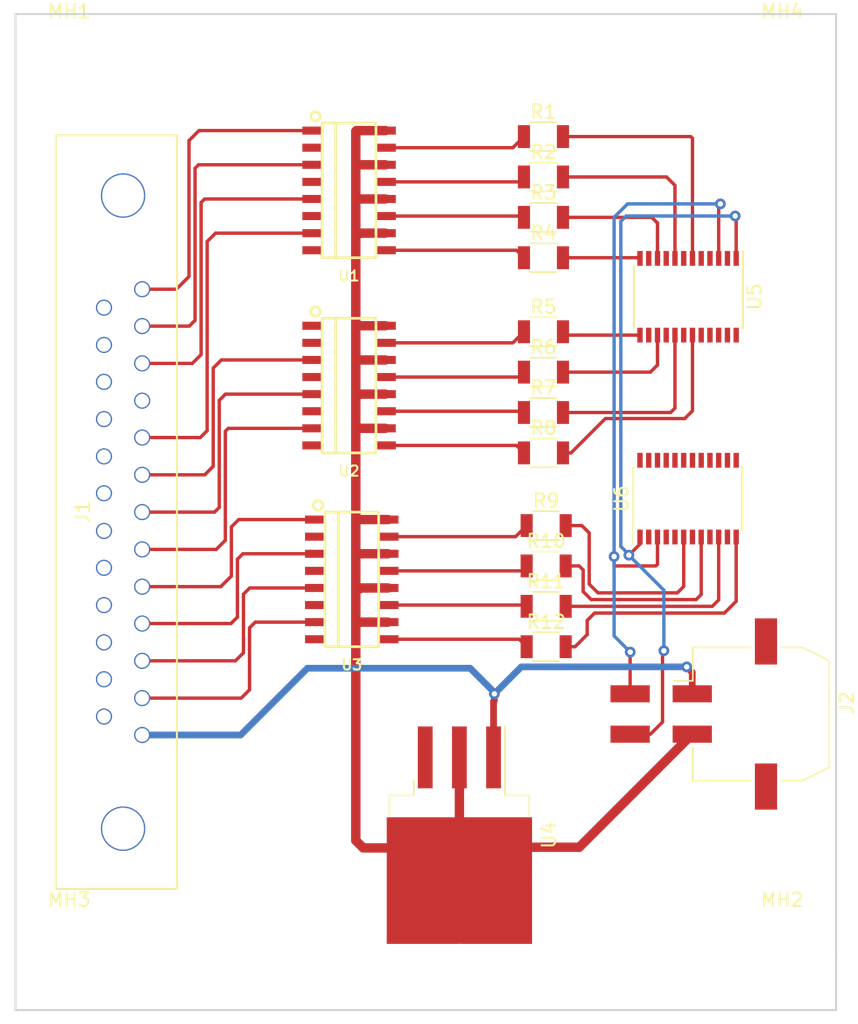
<source format=kicad_pcb>
(kicad_pcb (version 20171130) (host pcbnew "(5.0.0)")

  (general
    (thickness 1.6)
    (drawings 6)
    (tracks 244)
    (zones 0)
    (modules 24)
    (nets 71)
  )

  (page A4)
  (layers
    (0 F.Cu signal)
    (31 B.Cu signal)
    (32 B.Adhes user)
    (33 F.Adhes user)
    (34 B.Paste user)
    (35 F.Paste user)
    (36 B.SilkS user)
    (37 F.SilkS user)
    (38 B.Mask user)
    (39 F.Mask user)
    (40 Dwgs.User user)
    (41 Cmts.User user)
    (42 Eco1.User user)
    (43 Eco2.User user)
    (44 Edge.Cuts user)
    (45 Margin user)
    (46 B.CrtYd user)
    (47 F.CrtYd user)
    (48 B.Fab user)
    (49 F.Fab user)
  )

  (setup
    (last_trace_width 0.25)
    (trace_clearance 0.2)
    (zone_clearance 0.508)
    (zone_45_only no)
    (trace_min 0.2)
    (segment_width 0.2)
    (edge_width 0.15)
    (via_size 0.8)
    (via_drill 0.4)
    (via_min_size 0.4)
    (via_min_drill 0.3)
    (uvia_size 0.3)
    (uvia_drill 0.1)
    (uvias_allowed no)
    (uvia_min_size 0.2)
    (uvia_min_drill 0.1)
    (pcb_text_width 0.3)
    (pcb_text_size 1.5 1.5)
    (mod_edge_width 0.15)
    (mod_text_size 1 1)
    (mod_text_width 0.15)
    (pad_size 1.524 1.524)
    (pad_drill 0.762)
    (pad_to_mask_clearance 0.2)
    (aux_axis_origin 0 0)
    (visible_elements 7FFFFFFF)
    (pcbplotparams
      (layerselection 0x010fc_ffffffff)
      (usegerberextensions false)
      (usegerberattributes false)
      (usegerberadvancedattributes false)
      (creategerberjobfile false)
      (excludeedgelayer true)
      (linewidth 0.100000)
      (plotframeref false)
      (viasonmask false)
      (mode 1)
      (useauxorigin false)
      (hpglpennumber 1)
      (hpglpenspeed 20)
      (hpglpendiameter 15.000000)
      (psnegative false)
      (psa4output false)
      (plotreference true)
      (plotvalue true)
      (plotinvisibletext false)
      (padsonsilk false)
      (subtractmaskfromsilk false)
      (outputformat 1)
      (mirror false)
      (drillshape 1)
      (scaleselection 1)
      (outputdirectory ""))
  )

  (net 0 "")
  (net 1 SOLN_PW0)
  (net 2 SOLN_PW1)
  (net 3 SOLN_PW2)
  (net 4 SOLN_PW3)
  (net 5 SOLN_PW4)
  (net 6 SOLN_PW5)
  (net 7 SOLN_PW6)
  (net 8 SOLN_PW7)
  (net 9 SOLN_PW8)
  (net 10 SOLN_PW9)
  (net 11 SOLN_PW10)
  (net 12 SOLN_PW11)
  (net 13 GND)
  (net 14 "Net-(J1-Pad14)")
  (net 15 "Net-(J1-Pad15)")
  (net 16 "Net-(J1-Pad16)")
  (net 17 "Net-(J1-Pad17)")
  (net 18 "Net-(J1-Pad18)")
  (net 19 "Net-(J1-Pad19)")
  (net 20 "Net-(J1-Pad20)")
  (net 21 "Net-(J1-Pad21)")
  (net 22 "Net-(J1-Pad22)")
  (net 23 "Net-(J1-Pad23)")
  (net 24 "Net-(J1-Pad24)")
  (net 25 "Net-(J1-Pad25)")
  (net 26 I2C_SDA)
  (net 27 I2C_SCL)
  (net 28 +12V)
  (net 29 SOLN_EN0)
  (net 30 "Net-(R1-Pad1)")
  (net 31 "Net-(R2-Pad1)")
  (net 32 SOLN_EN1)
  (net 33 "Net-(R3-Pad1)")
  (net 34 SOLN_EN2)
  (net 35 SOLN_EN3)
  (net 36 "Net-(R4-Pad1)")
  (net 37 "Net-(R5-Pad1)")
  (net 38 SOLN_EN4)
  (net 39 "Net-(R6-Pad1)")
  (net 40 SOLN_EN5)
  (net 41 SOLN_EN6)
  (net 42 "Net-(R7-Pad1)")
  (net 43 "Net-(R8-Pad1)")
  (net 44 SOLN_EN7)
  (net 45 SOLN_EN8)
  (net 46 "Net-(R9-Pad1)")
  (net 47 "Net-(R10-Pad1)")
  (net 48 SOLN_EN9)
  (net 49 SOLN_EN10)
  (net 50 "Net-(R11-Pad1)")
  (net 51 SOLN_EN11)
  (net 52 "Net-(R12-Pad1)")
  (net 53 +5V)
  (net 54 "Net-(U6-Pad13)")
  (net 55 "Net-(U6-Pad15)")
  (net 56 "Net-(U6-Pad17)")
  (net 57 "Net-(U6-Pad19)")
  (net 58 "Net-(U1-Pad2)")
  (net 59 "Net-(U1-Pad4)")
  (net 60 "Net-(U1-Pad6)")
  (net 61 "Net-(U1-Pad8)")
  (net 62 "Net-(U2-Pad8)")
  (net 63 "Net-(U2-Pad6)")
  (net 64 "Net-(U2-Pad4)")
  (net 65 "Net-(U2-Pad2)")
  (net 66 "Net-(U3-Pad2)")
  (net 67 "Net-(U3-Pad4)")
  (net 68 "Net-(U3-Pad6)")
  (net 69 "Net-(U3-Pad8)")
  (net 70 "Net-(U2-Pad1)")

  (net_class Default "This is the default net class."
    (clearance 0.2)
    (trace_width 0.25)
    (via_dia 0.8)
    (via_drill 0.4)
    (uvia_dia 0.3)
    (uvia_drill 0.1)
    (add_net +5V)
    (add_net I2C_SCL)
    (add_net I2C_SDA)
    (add_net "Net-(J1-Pad14)")
    (add_net "Net-(J1-Pad15)")
    (add_net "Net-(J1-Pad16)")
    (add_net "Net-(J1-Pad17)")
    (add_net "Net-(J1-Pad18)")
    (add_net "Net-(J1-Pad19)")
    (add_net "Net-(J1-Pad20)")
    (add_net "Net-(J1-Pad21)")
    (add_net "Net-(J1-Pad22)")
    (add_net "Net-(J1-Pad23)")
    (add_net "Net-(J1-Pad24)")
    (add_net "Net-(J1-Pad25)")
    (add_net "Net-(R1-Pad1)")
    (add_net "Net-(R10-Pad1)")
    (add_net "Net-(R11-Pad1)")
    (add_net "Net-(R12-Pad1)")
    (add_net "Net-(R2-Pad1)")
    (add_net "Net-(R3-Pad1)")
    (add_net "Net-(R4-Pad1)")
    (add_net "Net-(R5-Pad1)")
    (add_net "Net-(R6-Pad1)")
    (add_net "Net-(R7-Pad1)")
    (add_net "Net-(R8-Pad1)")
    (add_net "Net-(R9-Pad1)")
    (add_net "Net-(U1-Pad2)")
    (add_net "Net-(U1-Pad4)")
    (add_net "Net-(U1-Pad6)")
    (add_net "Net-(U1-Pad8)")
    (add_net "Net-(U2-Pad1)")
    (add_net "Net-(U2-Pad2)")
    (add_net "Net-(U2-Pad4)")
    (add_net "Net-(U2-Pad6)")
    (add_net "Net-(U2-Pad8)")
    (add_net "Net-(U3-Pad2)")
    (add_net "Net-(U3-Pad4)")
    (add_net "Net-(U3-Pad6)")
    (add_net "Net-(U3-Pad8)")
    (add_net "Net-(U6-Pad13)")
    (add_net "Net-(U6-Pad15)")
    (add_net "Net-(U6-Pad17)")
    (add_net "Net-(U6-Pad19)")
    (add_net SOLN_EN0)
    (add_net SOLN_EN1)
    (add_net SOLN_EN10)
    (add_net SOLN_EN11)
    (add_net SOLN_EN2)
    (add_net SOLN_EN3)
    (add_net SOLN_EN4)
    (add_net SOLN_EN5)
    (add_net SOLN_EN6)
    (add_net SOLN_EN7)
    (add_net SOLN_EN8)
    (add_net SOLN_EN9)
    (add_net SOLN_PW0)
    (add_net SOLN_PW1)
    (add_net SOLN_PW10)
    (add_net SOLN_PW11)
    (add_net SOLN_PW2)
    (add_net SOLN_PW3)
    (add_net SOLN_PW4)
    (add_net SOLN_PW5)
    (add_net SOLN_PW6)
    (add_net SOLN_PW7)
    (add_net SOLN_PW8)
    (add_net SOLN_PW9)
  )

  (net_class 12v ""
    (clearance 0.3)
    (trace_width 0.5)
    (via_dia 0.8)
    (via_drill 0.4)
    (uvia_dia 0.3)
    (uvia_drill 0.1)
    (add_net +12V)
  )

  (net_class GND ""
    (clearance 0.2)
    (trace_width 0.5)
    (via_dia 0.8)
    (via_drill 0.4)
    (uvia_dia 0.3)
    (uvia_drill 0.1)
    (add_net GND)
  )

  (module "PCS-Board:Dsub 25pin" (layer F.Cu) (tedit 5C4E8BB2) (tstamp 5C4F8CAF)
    (at 110 98 270)
    (path /5C4A3C5B)
    (fp_text reference J1 (at 0 3 270) (layer F.SilkS)
      (effects (font (size 1 1) (thickness 0.15)))
    )
    (fp_text value DB25_Female_MountingHoles (at 0 -4 270) (layer F.Fab)
      (effects (font (size 1 1) (thickness 0.15)))
    )
    (fp_line (start 28 4) (end 28 -4) (layer F.SilkS) (width 0.15))
    (fp_line (start 28 -4) (end -28 -4) (layer F.SilkS) (width 0.15))
    (fp_line (start -28 -4) (end -28 5) (layer F.SilkS) (width 0.15))
    (fp_line (start -28 5) (end 28 5) (layer F.SilkS) (width 0.15))
    (fp_line (start 28 5) (end 28 4) (layer F.SilkS) (width 0.15))
    (pad 1 thru_hole circle (at -16.56 -1.42 270) (size 1.2 1.2) (drill 1) (layers *.Cu *.Mask)
      (net 1 SOLN_PW0))
    (pad 2 thru_hole circle (at -13.82 -1.42 270) (size 1.2 1.2) (drill 1) (layers *.Cu *.Mask)
      (net 2 SOLN_PW1))
    (pad 3 thru_hole circle (at -11.05 -1.42 270) (size 1.2 1.2) (drill 1) (layers *.Cu *.Mask)
      (net 3 SOLN_PW2))
    (pad 4 thru_hole circle (at -8.28 -1.42 270) (size 1.2 1.2) (drill 1) (layers *.Cu *.Mask)
      (net 4 SOLN_PW3))
    (pad 5 thru_hole circle (at -5.54 -1.42 270) (size 1.2 1.2) (drill 1) (layers *.Cu *.Mask)
      (net 5 SOLN_PW4))
    (pad 6 thru_hole circle (at -2.77 -1.42 270) (size 1.2 1.2) (drill 1) (layers *.Cu *.Mask)
      (net 6 SOLN_PW5))
    (pad 7 thru_hole circle (at 0 -1.42 270) (size 1.2 1.2) (drill 1) (layers *.Cu *.Mask)
      (net 7 SOLN_PW6))
    (pad 8 thru_hole circle (at 2.77 -1.42 270) (size 1.2 1.2) (drill 1) (layers *.Cu *.Mask)
      (net 8 SOLN_PW7))
    (pad 9 thru_hole circle (at 5.54 -1.42 270) (size 1.2 1.2) (drill 1) (layers *.Cu *.Mask)
      (net 9 SOLN_PW8))
    (pad 10 thru_hole circle (at 8.28 -1.42 270) (size 1.2 1.2) (drill 1) (layers *.Cu *.Mask)
      (net 10 SOLN_PW9))
    (pad 11 thru_hole circle (at 11.05 -1.42 270) (size 1.2 1.2) (drill 1) (layers *.Cu *.Mask)
      (net 11 SOLN_PW10))
    (pad 12 thru_hole circle (at 13.82 -1.42 270) (size 1.2 1.2) (drill 1) (layers *.Cu *.Mask)
      (net 12 SOLN_PW11))
    (pad 13 thru_hole circle (at 16.56 -1.42 270) (size 1.2 1.2) (drill 1) (layers *.Cu *.Mask)
      (net 28 +12V))
    (pad 14 thru_hole circle (at -15.19 1.42 270) (size 1.2 1.2) (drill 1) (layers *.Cu *.Mask)
      (net 14 "Net-(J1-Pad14)"))
    (pad 15 thru_hole circle (at -12.42 1.42 270) (size 1.2 1.2) (drill 1) (layers *.Cu *.Mask)
      (net 15 "Net-(J1-Pad15)"))
    (pad 16 thru_hole circle (at -9.68 1.42 270) (size 1.2 1.2) (drill 1) (layers *.Cu *.Mask)
      (net 16 "Net-(J1-Pad16)"))
    (pad 17 thru_hole circle (at -6.91 1.42 270) (size 1.2 1.2) (drill 1) (layers *.Cu *.Mask)
      (net 17 "Net-(J1-Pad17)"))
    (pad 18 thru_hole circle (at -4.14 1.42 270) (size 1.2 1.2) (drill 1) (layers *.Cu *.Mask)
      (net 18 "Net-(J1-Pad18)"))
    (pad 19 thru_hole circle (at -1.4 1.42 270) (size 1.2 1.2) (drill 1) (layers *.Cu *.Mask)
      (net 19 "Net-(J1-Pad19)"))
    (pad 20 thru_hole circle (at 1.4 1.42 270) (size 1.2 1.2) (drill 1) (layers *.Cu *.Mask)
      (net 20 "Net-(J1-Pad20)"))
    (pad 21 thru_hole circle (at 4.14 1.42 270) (size 1.2 1.2) (drill 1) (layers *.Cu *.Mask)
      (net 21 "Net-(J1-Pad21)"))
    (pad 22 thru_hole circle (at 6.91 1.42 270) (size 1.2 1.2) (drill 1) (layers *.Cu *.Mask)
      (net 22 "Net-(J1-Pad22)"))
    (pad 23 thru_hole circle (at 9.68 1.42 270) (size 1.2 1.2) (drill 1) (layers *.Cu *.Mask)
      (net 23 "Net-(J1-Pad23)"))
    (pad 24 thru_hole circle (at 12.42 1.42 270) (size 1.2 1.2) (drill 1) (layers *.Cu *.Mask)
      (net 24 "Net-(J1-Pad24)"))
    (pad 25 thru_hole circle (at 15.19 1.42 270) (size 1.2 1.2) (drill 1) (layers *.Cu *.Mask)
      (net 25 "Net-(J1-Pad25)"))
    (pad "" thru_hole circle (at -23.52 0 270) (size 3.3 3.3) (drill 3.1) (layers *.Cu *.Mask))
    (pad "" thru_hole circle (at 23.52 0 270) (size 3.3 3.3) (drill 3.1) (layers *.Cu *.Mask))
  )

  (module Mounting_Holes:MountingHole_3.2mm_M3 (layer F.Cu) (tedit 56D1B4CB) (tstamp 5C4F8D11)
    (at 106 65)
    (descr "Mounting Hole 3.2mm, no annular, M3")
    (tags "mounting hole 3.2mm no annular m3")
    (path /5C4F8D1F)
    (attr virtual)
    (fp_text reference MH1 (at 0 -4.2) (layer F.SilkS)
      (effects (font (size 1 1) (thickness 0.15)))
    )
    (fp_text value MountingHole (at 0 4.2) (layer F.Fab)
      (effects (font (size 1 1) (thickness 0.15)))
    )
    (fp_text user %R (at 0.3 0) (layer F.Fab)
      (effects (font (size 1 1) (thickness 0.15)))
    )
    (fp_circle (center 0 0) (end 3.2 0) (layer Cmts.User) (width 0.15))
    (fp_circle (center 0 0) (end 3.45 0) (layer F.CrtYd) (width 0.05))
    (pad 1 np_thru_hole circle (at 0 0) (size 3.2 3.2) (drill 3.2) (layers *.Cu *.Mask))
  )

  (module Mounting_Holes:MountingHole_3.2mm_M3 (layer F.Cu) (tedit 56D1B4CB) (tstamp 5C4F8D19)
    (at 159 131)
    (descr "Mounting Hole 3.2mm, no annular, M3")
    (tags "mounting hole 3.2mm no annular m3")
    (path /5C4F8EFA)
    (attr virtual)
    (fp_text reference MH2 (at 0 -4.2) (layer F.SilkS)
      (effects (font (size 1 1) (thickness 0.15)))
    )
    (fp_text value MountingHole (at 0 4.2) (layer F.Fab)
      (effects (font (size 1 1) (thickness 0.15)))
    )
    (fp_circle (center 0 0) (end 3.45 0) (layer F.CrtYd) (width 0.05))
    (fp_circle (center 0 0) (end 3.2 0) (layer Cmts.User) (width 0.15))
    (fp_text user %R (at 0.3 0) (layer F.Fab)
      (effects (font (size 1 1) (thickness 0.15)))
    )
    (pad 1 np_thru_hole circle (at 0 0) (size 3.2 3.2) (drill 3.2) (layers *.Cu *.Mask))
  )

  (module Mounting_Holes:MountingHole_3.2mm_M3 (layer F.Cu) (tedit 56D1B4CB) (tstamp 5C4F8D21)
    (at 106 131)
    (descr "Mounting Hole 3.2mm, no annular, M3")
    (tags "mounting hole 3.2mm no annular m3")
    (path /5C4F8F40)
    (attr virtual)
    (fp_text reference MH3 (at 0 -4.2) (layer F.SilkS)
      (effects (font (size 1 1) (thickness 0.15)))
    )
    (fp_text value MountingHole (at 0 4.2) (layer F.Fab)
      (effects (font (size 1 1) (thickness 0.15)))
    )
    (fp_text user %R (at 0.3 0) (layer F.Fab)
      (effects (font (size 1 1) (thickness 0.15)))
    )
    (fp_circle (center 0 0) (end 3.2 0) (layer Cmts.User) (width 0.15))
    (fp_circle (center 0 0) (end 3.45 0) (layer F.CrtYd) (width 0.05))
    (pad 1 np_thru_hole circle (at 0 0) (size 3.2 3.2) (drill 3.2) (layers *.Cu *.Mask))
  )

  (module Mounting_Holes:MountingHole_3.2mm_M3 (layer F.Cu) (tedit 56D1B4CB) (tstamp 5C4F8D29)
    (at 159 65)
    (descr "Mounting Hole 3.2mm, no annular, M3")
    (tags "mounting hole 3.2mm no annular m3")
    (path /5C4F8F84)
    (attr virtual)
    (fp_text reference MH4 (at 0 -4.2) (layer F.SilkS)
      (effects (font (size 1 1) (thickness 0.15)))
    )
    (fp_text value MountingHole (at 0 4.2) (layer F.Fab)
      (effects (font (size 1 1) (thickness 0.15)))
    )
    (fp_circle (center 0 0) (end 3.45 0) (layer F.CrtYd) (width 0.05))
    (fp_circle (center 0 0) (end 3.2 0) (layer Cmts.User) (width 0.15))
    (fp_text user %R (at 0.3 0) (layer F.Fab)
      (effects (font (size 1 1) (thickness 0.15)))
    )
    (pad 1 np_thru_hole circle (at 0 0) (size 3.2 3.2) (drill 3.2) (layers *.Cu *.Mask))
  )

  (module Resistors_SMD:R_1206 (layer F.Cu) (tedit 58E0A804) (tstamp 5C4F8D3A)
    (at 141.25 70.1)
    (descr "Resistor SMD 1206, reflow soldering, Vishay (see dcrcw.pdf)")
    (tags "resistor 1206")
    (path /5C41F35A)
    (attr smd)
    (fp_text reference R1 (at 0 -1.85) (layer F.SilkS)
      (effects (font (size 1 1) (thickness 0.15)))
    )
    (fp_text value R (at 0 1.95) (layer F.Fab)
      (effects (font (size 1 1) (thickness 0.15)))
    )
    (fp_line (start 2.15 1.1) (end -2.15 1.1) (layer F.CrtYd) (width 0.05))
    (fp_line (start 2.15 1.1) (end 2.15 -1.11) (layer F.CrtYd) (width 0.05))
    (fp_line (start -2.15 -1.11) (end -2.15 1.1) (layer F.CrtYd) (width 0.05))
    (fp_line (start -2.15 -1.11) (end 2.15 -1.11) (layer F.CrtYd) (width 0.05))
    (fp_line (start -1 -1.07) (end 1 -1.07) (layer F.SilkS) (width 0.12))
    (fp_line (start 1 1.07) (end -1 1.07) (layer F.SilkS) (width 0.12))
    (fp_line (start -1.6 -0.8) (end 1.6 -0.8) (layer F.Fab) (width 0.1))
    (fp_line (start 1.6 -0.8) (end 1.6 0.8) (layer F.Fab) (width 0.1))
    (fp_line (start 1.6 0.8) (end -1.6 0.8) (layer F.Fab) (width 0.1))
    (fp_line (start -1.6 0.8) (end -1.6 -0.8) (layer F.Fab) (width 0.1))
    (fp_text user %R (at 0 0) (layer F.Fab)
      (effects (font (size 0.7 0.7) (thickness 0.105)))
    )
    (pad 2 smd rect (at 1.45 0) (size 0.9 1.7) (layers F.Cu F.Paste F.Mask)
      (net 29 SOLN_EN0))
    (pad 1 smd rect (at -1.45 0) (size 0.9 1.7) (layers F.Cu F.Paste F.Mask)
      (net 30 "Net-(R1-Pad1)"))
    (model ${KISYS3DMOD}/Resistors_SMD.3dshapes/R_1206.wrl
      (at (xyz 0 0 0))
      (scale (xyz 1 1 1))
      (rotate (xyz 0 0 0))
    )
  )

  (module Resistors_SMD:R_1206 (layer F.Cu) (tedit 58E0A804) (tstamp 5C4F8D4B)
    (at 141.25 73.1)
    (descr "Resistor SMD 1206, reflow soldering, Vishay (see dcrcw.pdf)")
    (tags "resistor 1206")
    (path /5C41F79C)
    (attr smd)
    (fp_text reference R2 (at 0 -1.85) (layer F.SilkS)
      (effects (font (size 1 1) (thickness 0.15)))
    )
    (fp_text value R (at 0 1.95) (layer F.Fab)
      (effects (font (size 1 1) (thickness 0.15)))
    )
    (fp_text user %R (at 0 0) (layer F.Fab)
      (effects (font (size 0.7 0.7) (thickness 0.105)))
    )
    (fp_line (start -1.6 0.8) (end -1.6 -0.8) (layer F.Fab) (width 0.1))
    (fp_line (start 1.6 0.8) (end -1.6 0.8) (layer F.Fab) (width 0.1))
    (fp_line (start 1.6 -0.8) (end 1.6 0.8) (layer F.Fab) (width 0.1))
    (fp_line (start -1.6 -0.8) (end 1.6 -0.8) (layer F.Fab) (width 0.1))
    (fp_line (start 1 1.07) (end -1 1.07) (layer F.SilkS) (width 0.12))
    (fp_line (start -1 -1.07) (end 1 -1.07) (layer F.SilkS) (width 0.12))
    (fp_line (start -2.15 -1.11) (end 2.15 -1.11) (layer F.CrtYd) (width 0.05))
    (fp_line (start -2.15 -1.11) (end -2.15 1.1) (layer F.CrtYd) (width 0.05))
    (fp_line (start 2.15 1.1) (end 2.15 -1.11) (layer F.CrtYd) (width 0.05))
    (fp_line (start 2.15 1.1) (end -2.15 1.1) (layer F.CrtYd) (width 0.05))
    (pad 1 smd rect (at -1.45 0) (size 0.9 1.7) (layers F.Cu F.Paste F.Mask)
      (net 31 "Net-(R2-Pad1)"))
    (pad 2 smd rect (at 1.45 0) (size 0.9 1.7) (layers F.Cu F.Paste F.Mask)
      (net 32 SOLN_EN1))
    (model ${KISYS3DMOD}/Resistors_SMD.3dshapes/R_1206.wrl
      (at (xyz 0 0 0))
      (scale (xyz 1 1 1))
      (rotate (xyz 0 0 0))
    )
  )

  (module Resistors_SMD:R_1206 (layer F.Cu) (tedit 58E0A804) (tstamp 5C4F8D5C)
    (at 141.25 76.1)
    (descr "Resistor SMD 1206, reflow soldering, Vishay (see dcrcw.pdf)")
    (tags "resistor 1206")
    (path /5C41F7C0)
    (attr smd)
    (fp_text reference R3 (at 0 -1.85) (layer F.SilkS)
      (effects (font (size 1 1) (thickness 0.15)))
    )
    (fp_text value R (at 0 1.95) (layer F.Fab)
      (effects (font (size 1 1) (thickness 0.15)))
    )
    (fp_text user %R (at 0 0) (layer F.Fab)
      (effects (font (size 0.7 0.7) (thickness 0.105)))
    )
    (fp_line (start -1.6 0.8) (end -1.6 -0.8) (layer F.Fab) (width 0.1))
    (fp_line (start 1.6 0.8) (end -1.6 0.8) (layer F.Fab) (width 0.1))
    (fp_line (start 1.6 -0.8) (end 1.6 0.8) (layer F.Fab) (width 0.1))
    (fp_line (start -1.6 -0.8) (end 1.6 -0.8) (layer F.Fab) (width 0.1))
    (fp_line (start 1 1.07) (end -1 1.07) (layer F.SilkS) (width 0.12))
    (fp_line (start -1 -1.07) (end 1 -1.07) (layer F.SilkS) (width 0.12))
    (fp_line (start -2.15 -1.11) (end 2.15 -1.11) (layer F.CrtYd) (width 0.05))
    (fp_line (start -2.15 -1.11) (end -2.15 1.1) (layer F.CrtYd) (width 0.05))
    (fp_line (start 2.15 1.1) (end 2.15 -1.11) (layer F.CrtYd) (width 0.05))
    (fp_line (start 2.15 1.1) (end -2.15 1.1) (layer F.CrtYd) (width 0.05))
    (pad 1 smd rect (at -1.45 0) (size 0.9 1.7) (layers F.Cu F.Paste F.Mask)
      (net 33 "Net-(R3-Pad1)"))
    (pad 2 smd rect (at 1.45 0) (size 0.9 1.7) (layers F.Cu F.Paste F.Mask)
      (net 34 SOLN_EN2))
    (model ${KISYS3DMOD}/Resistors_SMD.3dshapes/R_1206.wrl
      (at (xyz 0 0 0))
      (scale (xyz 1 1 1))
      (rotate (xyz 0 0 0))
    )
  )

  (module Resistors_SMD:R_1206 (layer F.Cu) (tedit 58E0A804) (tstamp 5C4F8D6D)
    (at 141.25 79.1)
    (descr "Resistor SMD 1206, reflow soldering, Vishay (see dcrcw.pdf)")
    (tags "resistor 1206")
    (path /5C41F7EA)
    (attr smd)
    (fp_text reference R4 (at 0 -1.85) (layer F.SilkS)
      (effects (font (size 1 1) (thickness 0.15)))
    )
    (fp_text value R (at 0 1.95) (layer F.Fab)
      (effects (font (size 1 1) (thickness 0.15)))
    )
    (fp_line (start 2.15 1.1) (end -2.15 1.1) (layer F.CrtYd) (width 0.05))
    (fp_line (start 2.15 1.1) (end 2.15 -1.11) (layer F.CrtYd) (width 0.05))
    (fp_line (start -2.15 -1.11) (end -2.15 1.1) (layer F.CrtYd) (width 0.05))
    (fp_line (start -2.15 -1.11) (end 2.15 -1.11) (layer F.CrtYd) (width 0.05))
    (fp_line (start -1 -1.07) (end 1 -1.07) (layer F.SilkS) (width 0.12))
    (fp_line (start 1 1.07) (end -1 1.07) (layer F.SilkS) (width 0.12))
    (fp_line (start -1.6 -0.8) (end 1.6 -0.8) (layer F.Fab) (width 0.1))
    (fp_line (start 1.6 -0.8) (end 1.6 0.8) (layer F.Fab) (width 0.1))
    (fp_line (start 1.6 0.8) (end -1.6 0.8) (layer F.Fab) (width 0.1))
    (fp_line (start -1.6 0.8) (end -1.6 -0.8) (layer F.Fab) (width 0.1))
    (fp_text user %R (at 0 0) (layer F.Fab)
      (effects (font (size 0.7 0.7) (thickness 0.105)))
    )
    (pad 2 smd rect (at 1.45 0) (size 0.9 1.7) (layers F.Cu F.Paste F.Mask)
      (net 35 SOLN_EN3))
    (pad 1 smd rect (at -1.45 0) (size 0.9 1.7) (layers F.Cu F.Paste F.Mask)
      (net 36 "Net-(R4-Pad1)"))
    (model ${KISYS3DMOD}/Resistors_SMD.3dshapes/R_1206.wrl
      (at (xyz 0 0 0))
      (scale (xyz 1 1 1))
      (rotate (xyz 0 0 0))
    )
  )

  (module Resistors_SMD:R_1206 (layer F.Cu) (tedit 58E0A804) (tstamp 5C4F8D7E)
    (at 141.25 84.6)
    (descr "Resistor SMD 1206, reflow soldering, Vishay (see dcrcw.pdf)")
    (tags "resistor 1206")
    (path /5C42063C)
    (attr smd)
    (fp_text reference R5 (at 0 -1.85) (layer F.SilkS)
      (effects (font (size 1 1) (thickness 0.15)))
    )
    (fp_text value R (at 0 1.95) (layer F.Fab)
      (effects (font (size 1 1) (thickness 0.15)))
    )
    (fp_text user %R (at 0 0) (layer F.Fab)
      (effects (font (size 0.7 0.7) (thickness 0.105)))
    )
    (fp_line (start -1.6 0.8) (end -1.6 -0.8) (layer F.Fab) (width 0.1))
    (fp_line (start 1.6 0.8) (end -1.6 0.8) (layer F.Fab) (width 0.1))
    (fp_line (start 1.6 -0.8) (end 1.6 0.8) (layer F.Fab) (width 0.1))
    (fp_line (start -1.6 -0.8) (end 1.6 -0.8) (layer F.Fab) (width 0.1))
    (fp_line (start 1 1.07) (end -1 1.07) (layer F.SilkS) (width 0.12))
    (fp_line (start -1 -1.07) (end 1 -1.07) (layer F.SilkS) (width 0.12))
    (fp_line (start -2.15 -1.11) (end 2.15 -1.11) (layer F.CrtYd) (width 0.05))
    (fp_line (start -2.15 -1.11) (end -2.15 1.1) (layer F.CrtYd) (width 0.05))
    (fp_line (start 2.15 1.1) (end 2.15 -1.11) (layer F.CrtYd) (width 0.05))
    (fp_line (start 2.15 1.1) (end -2.15 1.1) (layer F.CrtYd) (width 0.05))
    (pad 1 smd rect (at -1.45 0) (size 0.9 1.7) (layers F.Cu F.Paste F.Mask)
      (net 37 "Net-(R5-Pad1)"))
    (pad 2 smd rect (at 1.45 0) (size 0.9 1.7) (layers F.Cu F.Paste F.Mask)
      (net 38 SOLN_EN4))
    (model ${KISYS3DMOD}/Resistors_SMD.3dshapes/R_1206.wrl
      (at (xyz 0 0 0))
      (scale (xyz 1 1 1))
      (rotate (xyz 0 0 0))
    )
  )

  (module Resistors_SMD:R_1206 (layer F.Cu) (tedit 58E0A804) (tstamp 5C4F8D8F)
    (at 141.25 87.6)
    (descr "Resistor SMD 1206, reflow soldering, Vishay (see dcrcw.pdf)")
    (tags "resistor 1206")
    (path /5C4206A0)
    (attr smd)
    (fp_text reference R6 (at 0 -1.85) (layer F.SilkS)
      (effects (font (size 1 1) (thickness 0.15)))
    )
    (fp_text value R (at 0 1.95) (layer F.Fab)
      (effects (font (size 1 1) (thickness 0.15)))
    )
    (fp_text user %R (at 0 0) (layer F.Fab)
      (effects (font (size 0.7 0.7) (thickness 0.105)))
    )
    (fp_line (start -1.6 0.8) (end -1.6 -0.8) (layer F.Fab) (width 0.1))
    (fp_line (start 1.6 0.8) (end -1.6 0.8) (layer F.Fab) (width 0.1))
    (fp_line (start 1.6 -0.8) (end 1.6 0.8) (layer F.Fab) (width 0.1))
    (fp_line (start -1.6 -0.8) (end 1.6 -0.8) (layer F.Fab) (width 0.1))
    (fp_line (start 1 1.07) (end -1 1.07) (layer F.SilkS) (width 0.12))
    (fp_line (start -1 -1.07) (end 1 -1.07) (layer F.SilkS) (width 0.12))
    (fp_line (start -2.15 -1.11) (end 2.15 -1.11) (layer F.CrtYd) (width 0.05))
    (fp_line (start -2.15 -1.11) (end -2.15 1.1) (layer F.CrtYd) (width 0.05))
    (fp_line (start 2.15 1.1) (end 2.15 -1.11) (layer F.CrtYd) (width 0.05))
    (fp_line (start 2.15 1.1) (end -2.15 1.1) (layer F.CrtYd) (width 0.05))
    (pad 1 smd rect (at -1.45 0) (size 0.9 1.7) (layers F.Cu F.Paste F.Mask)
      (net 39 "Net-(R6-Pad1)"))
    (pad 2 smd rect (at 1.45 0) (size 0.9 1.7) (layers F.Cu F.Paste F.Mask)
      (net 40 SOLN_EN5))
    (model ${KISYS3DMOD}/Resistors_SMD.3dshapes/R_1206.wrl
      (at (xyz 0 0 0))
      (scale (xyz 1 1 1))
      (rotate (xyz 0 0 0))
    )
  )

  (module Resistors_SMD:R_1206 (layer F.Cu) (tedit 58E0A804) (tstamp 5C4F8DA0)
    (at 141.25 90.6)
    (descr "Resistor SMD 1206, reflow soldering, Vishay (see dcrcw.pdf)")
    (tags "resistor 1206")
    (path /5C4206DC)
    (attr smd)
    (fp_text reference R7 (at 0 -1.85) (layer F.SilkS)
      (effects (font (size 1 1) (thickness 0.15)))
    )
    (fp_text value R (at 0 1.95) (layer F.Fab)
      (effects (font (size 1 1) (thickness 0.15)))
    )
    (fp_line (start 2.15 1.1) (end -2.15 1.1) (layer F.CrtYd) (width 0.05))
    (fp_line (start 2.15 1.1) (end 2.15 -1.11) (layer F.CrtYd) (width 0.05))
    (fp_line (start -2.15 -1.11) (end -2.15 1.1) (layer F.CrtYd) (width 0.05))
    (fp_line (start -2.15 -1.11) (end 2.15 -1.11) (layer F.CrtYd) (width 0.05))
    (fp_line (start -1 -1.07) (end 1 -1.07) (layer F.SilkS) (width 0.12))
    (fp_line (start 1 1.07) (end -1 1.07) (layer F.SilkS) (width 0.12))
    (fp_line (start -1.6 -0.8) (end 1.6 -0.8) (layer F.Fab) (width 0.1))
    (fp_line (start 1.6 -0.8) (end 1.6 0.8) (layer F.Fab) (width 0.1))
    (fp_line (start 1.6 0.8) (end -1.6 0.8) (layer F.Fab) (width 0.1))
    (fp_line (start -1.6 0.8) (end -1.6 -0.8) (layer F.Fab) (width 0.1))
    (fp_text user %R (at 0 0) (layer F.Fab)
      (effects (font (size 0.7 0.7) (thickness 0.105)))
    )
    (pad 2 smd rect (at 1.45 0) (size 0.9 1.7) (layers F.Cu F.Paste F.Mask)
      (net 41 SOLN_EN6))
    (pad 1 smd rect (at -1.45 0) (size 0.9 1.7) (layers F.Cu F.Paste F.Mask)
      (net 42 "Net-(R7-Pad1)"))
    (model ${KISYS3DMOD}/Resistors_SMD.3dshapes/R_1206.wrl
      (at (xyz 0 0 0))
      (scale (xyz 1 1 1))
      (rotate (xyz 0 0 0))
    )
  )

  (module Resistors_SMD:R_1206 (layer F.Cu) (tedit 58E0A804) (tstamp 5C4F8DB1)
    (at 141.25 93.6)
    (descr "Resistor SMD 1206, reflow soldering, Vishay (see dcrcw.pdf)")
    (tags "resistor 1206")
    (path /5C42071A)
    (attr smd)
    (fp_text reference R8 (at 0 -1.85) (layer F.SilkS)
      (effects (font (size 1 1) (thickness 0.15)))
    )
    (fp_text value R (at 0 1.95) (layer F.Fab)
      (effects (font (size 1 1) (thickness 0.15)))
    )
    (fp_text user %R (at 0 0) (layer F.Fab)
      (effects (font (size 0.7 0.7) (thickness 0.105)))
    )
    (fp_line (start -1.6 0.8) (end -1.6 -0.8) (layer F.Fab) (width 0.1))
    (fp_line (start 1.6 0.8) (end -1.6 0.8) (layer F.Fab) (width 0.1))
    (fp_line (start 1.6 -0.8) (end 1.6 0.8) (layer F.Fab) (width 0.1))
    (fp_line (start -1.6 -0.8) (end 1.6 -0.8) (layer F.Fab) (width 0.1))
    (fp_line (start 1 1.07) (end -1 1.07) (layer F.SilkS) (width 0.12))
    (fp_line (start -1 -1.07) (end 1 -1.07) (layer F.SilkS) (width 0.12))
    (fp_line (start -2.15 -1.11) (end 2.15 -1.11) (layer F.CrtYd) (width 0.05))
    (fp_line (start -2.15 -1.11) (end -2.15 1.1) (layer F.CrtYd) (width 0.05))
    (fp_line (start 2.15 1.1) (end 2.15 -1.11) (layer F.CrtYd) (width 0.05))
    (fp_line (start 2.15 1.1) (end -2.15 1.1) (layer F.CrtYd) (width 0.05))
    (pad 1 smd rect (at -1.45 0) (size 0.9 1.7) (layers F.Cu F.Paste F.Mask)
      (net 43 "Net-(R8-Pad1)"))
    (pad 2 smd rect (at 1.45 0) (size 0.9 1.7) (layers F.Cu F.Paste F.Mask)
      (net 44 SOLN_EN7))
    (model ${KISYS3DMOD}/Resistors_SMD.3dshapes/R_1206.wrl
      (at (xyz 0 0 0))
      (scale (xyz 1 1 1))
      (rotate (xyz 0 0 0))
    )
  )

  (module Resistors_SMD:R_1206 (layer F.Cu) (tedit 58E0A804) (tstamp 5C4F8DC2)
    (at 141.45 99)
    (descr "Resistor SMD 1206, reflow soldering, Vishay (see dcrcw.pdf)")
    (tags "resistor 1206")
    (path /5C41F812)
    (attr smd)
    (fp_text reference R9 (at 0 -1.85) (layer F.SilkS)
      (effects (font (size 1 1) (thickness 0.15)))
    )
    (fp_text value R (at 0 1.95) (layer F.Fab)
      (effects (font (size 1 1) (thickness 0.15)))
    )
    (fp_line (start 2.15 1.1) (end -2.15 1.1) (layer F.CrtYd) (width 0.05))
    (fp_line (start 2.15 1.1) (end 2.15 -1.11) (layer F.CrtYd) (width 0.05))
    (fp_line (start -2.15 -1.11) (end -2.15 1.1) (layer F.CrtYd) (width 0.05))
    (fp_line (start -2.15 -1.11) (end 2.15 -1.11) (layer F.CrtYd) (width 0.05))
    (fp_line (start -1 -1.07) (end 1 -1.07) (layer F.SilkS) (width 0.12))
    (fp_line (start 1 1.07) (end -1 1.07) (layer F.SilkS) (width 0.12))
    (fp_line (start -1.6 -0.8) (end 1.6 -0.8) (layer F.Fab) (width 0.1))
    (fp_line (start 1.6 -0.8) (end 1.6 0.8) (layer F.Fab) (width 0.1))
    (fp_line (start 1.6 0.8) (end -1.6 0.8) (layer F.Fab) (width 0.1))
    (fp_line (start -1.6 0.8) (end -1.6 -0.8) (layer F.Fab) (width 0.1))
    (fp_text user %R (at 0 0) (layer F.Fab)
      (effects (font (size 0.7 0.7) (thickness 0.105)))
    )
    (pad 2 smd rect (at 1.45 0) (size 0.9 1.7) (layers F.Cu F.Paste F.Mask)
      (net 45 SOLN_EN8))
    (pad 1 smd rect (at -1.45 0) (size 0.9 1.7) (layers F.Cu F.Paste F.Mask)
      (net 46 "Net-(R9-Pad1)"))
    (model ${KISYS3DMOD}/Resistors_SMD.3dshapes/R_1206.wrl
      (at (xyz 0 0 0))
      (scale (xyz 1 1 1))
      (rotate (xyz 0 0 0))
    )
  )

  (module Resistors_SMD:R_1206 (layer F.Cu) (tedit 58E0A804) (tstamp 5C4F8DD3)
    (at 141.45 102)
    (descr "Resistor SMD 1206, reflow soldering, Vishay (see dcrcw.pdf)")
    (tags "resistor 1206")
    (path /5C41F86A)
    (attr smd)
    (fp_text reference R10 (at 0 -1.85) (layer F.SilkS)
      (effects (font (size 1 1) (thickness 0.15)))
    )
    (fp_text value R (at 0 1.95) (layer F.Fab)
      (effects (font (size 1 1) (thickness 0.15)))
    )
    (fp_text user %R (at 0 0) (layer F.Fab)
      (effects (font (size 0.7 0.7) (thickness 0.105)))
    )
    (fp_line (start -1.6 0.8) (end -1.6 -0.8) (layer F.Fab) (width 0.1))
    (fp_line (start 1.6 0.8) (end -1.6 0.8) (layer F.Fab) (width 0.1))
    (fp_line (start 1.6 -0.8) (end 1.6 0.8) (layer F.Fab) (width 0.1))
    (fp_line (start -1.6 -0.8) (end 1.6 -0.8) (layer F.Fab) (width 0.1))
    (fp_line (start 1 1.07) (end -1 1.07) (layer F.SilkS) (width 0.12))
    (fp_line (start -1 -1.07) (end 1 -1.07) (layer F.SilkS) (width 0.12))
    (fp_line (start -2.15 -1.11) (end 2.15 -1.11) (layer F.CrtYd) (width 0.05))
    (fp_line (start -2.15 -1.11) (end -2.15 1.1) (layer F.CrtYd) (width 0.05))
    (fp_line (start 2.15 1.1) (end 2.15 -1.11) (layer F.CrtYd) (width 0.05))
    (fp_line (start 2.15 1.1) (end -2.15 1.1) (layer F.CrtYd) (width 0.05))
    (pad 1 smd rect (at -1.45 0) (size 0.9 1.7) (layers F.Cu F.Paste F.Mask)
      (net 47 "Net-(R10-Pad1)"))
    (pad 2 smd rect (at 1.45 0) (size 0.9 1.7) (layers F.Cu F.Paste F.Mask)
      (net 48 SOLN_EN9))
    (model ${KISYS3DMOD}/Resistors_SMD.3dshapes/R_1206.wrl
      (at (xyz 0 0 0))
      (scale (xyz 1 1 1))
      (rotate (xyz 0 0 0))
    )
  )

  (module Resistors_SMD:R_1206 (layer F.Cu) (tedit 58E0A804) (tstamp 5C4F8DE4)
    (at 141.45 105)
    (descr "Resistor SMD 1206, reflow soldering, Vishay (see dcrcw.pdf)")
    (tags "resistor 1206")
    (path /5C41F896)
    (attr smd)
    (fp_text reference R11 (at 0 -1.85) (layer F.SilkS)
      (effects (font (size 1 1) (thickness 0.15)))
    )
    (fp_text value R (at 0 1.95) (layer F.Fab)
      (effects (font (size 1 1) (thickness 0.15)))
    )
    (fp_line (start 2.15 1.1) (end -2.15 1.1) (layer F.CrtYd) (width 0.05))
    (fp_line (start 2.15 1.1) (end 2.15 -1.11) (layer F.CrtYd) (width 0.05))
    (fp_line (start -2.15 -1.11) (end -2.15 1.1) (layer F.CrtYd) (width 0.05))
    (fp_line (start -2.15 -1.11) (end 2.15 -1.11) (layer F.CrtYd) (width 0.05))
    (fp_line (start -1 -1.07) (end 1 -1.07) (layer F.SilkS) (width 0.12))
    (fp_line (start 1 1.07) (end -1 1.07) (layer F.SilkS) (width 0.12))
    (fp_line (start -1.6 -0.8) (end 1.6 -0.8) (layer F.Fab) (width 0.1))
    (fp_line (start 1.6 -0.8) (end 1.6 0.8) (layer F.Fab) (width 0.1))
    (fp_line (start 1.6 0.8) (end -1.6 0.8) (layer F.Fab) (width 0.1))
    (fp_line (start -1.6 0.8) (end -1.6 -0.8) (layer F.Fab) (width 0.1))
    (fp_text user %R (at 0 0) (layer F.Fab)
      (effects (font (size 0.7 0.7) (thickness 0.105)))
    )
    (pad 2 smd rect (at 1.45 0) (size 0.9 1.7) (layers F.Cu F.Paste F.Mask)
      (net 49 SOLN_EN10))
    (pad 1 smd rect (at -1.45 0) (size 0.9 1.7) (layers F.Cu F.Paste F.Mask)
      (net 50 "Net-(R11-Pad1)"))
    (model ${KISYS3DMOD}/Resistors_SMD.3dshapes/R_1206.wrl
      (at (xyz 0 0 0))
      (scale (xyz 1 1 1))
      (rotate (xyz 0 0 0))
    )
  )

  (module Resistors_SMD:R_1206 (layer F.Cu) (tedit 58E0A804) (tstamp 5C4F8DF5)
    (at 141.45 108)
    (descr "Resistor SMD 1206, reflow soldering, Vishay (see dcrcw.pdf)")
    (tags "resistor 1206")
    (path /5C41F8C4)
    (attr smd)
    (fp_text reference R12 (at 0 -1.85) (layer F.SilkS)
      (effects (font (size 1 1) (thickness 0.15)))
    )
    (fp_text value R (at 0 1.95) (layer F.Fab)
      (effects (font (size 1 1) (thickness 0.15)))
    )
    (fp_line (start 2.15 1.1) (end -2.15 1.1) (layer F.CrtYd) (width 0.05))
    (fp_line (start 2.15 1.1) (end 2.15 -1.11) (layer F.CrtYd) (width 0.05))
    (fp_line (start -2.15 -1.11) (end -2.15 1.1) (layer F.CrtYd) (width 0.05))
    (fp_line (start -2.15 -1.11) (end 2.15 -1.11) (layer F.CrtYd) (width 0.05))
    (fp_line (start -1 -1.07) (end 1 -1.07) (layer F.SilkS) (width 0.12))
    (fp_line (start 1 1.07) (end -1 1.07) (layer F.SilkS) (width 0.12))
    (fp_line (start -1.6 -0.8) (end 1.6 -0.8) (layer F.Fab) (width 0.1))
    (fp_line (start 1.6 -0.8) (end 1.6 0.8) (layer F.Fab) (width 0.1))
    (fp_line (start 1.6 0.8) (end -1.6 0.8) (layer F.Fab) (width 0.1))
    (fp_line (start -1.6 0.8) (end -1.6 -0.8) (layer F.Fab) (width 0.1))
    (fp_text user %R (at 0 0) (layer F.Fab)
      (effects (font (size 0.7 0.7) (thickness 0.105)))
    )
    (pad 2 smd rect (at 1.45 0) (size 0.9 1.7) (layers F.Cu F.Paste F.Mask)
      (net 51 SOLN_EN11))
    (pad 1 smd rect (at -1.45 0) (size 0.9 1.7) (layers F.Cu F.Paste F.Mask)
      (net 52 "Net-(R12-Pad1)"))
    (model ${KISYS3DMOD}/Resistors_SMD.3dshapes/R_1206.wrl
      (at (xyz 0 0 0))
      (scale (xyz 1 1 1))
      (rotate (xyz 0 0 0))
    )
  )

  (module .pretty:Soc-16 (layer F.Cu) (tedit 0) (tstamp 5C4F8E0F)
    (at 126.8 74.1)
    (path /5C3558EC)
    (solder_paste_margin -0.0508)
    (attr smd)
    (fp_text reference U1 (at 0 6.35) (layer F.SilkS)
      (effects (font (size 0.762 0.762) (thickness 0.1524)))
    )
    (fp_text value MMPQ2222A (at 0 0) (layer F.SilkS) hide
      (effects (font (size 0.762 0.762) (thickness 0.1524)))
    )
    (fp_line (start -1 -5) (end -1 5) (layer F.SilkS) (width 0.2032))
    (fp_circle (center -2.5 -5.5) (end -2.25 -5.25) (layer F.SilkS) (width 0.2032))
    (fp_line (start 2 -5) (end -2 -5) (layer F.SilkS) (width 0.2032))
    (fp_line (start -2 -5) (end -2 5) (layer F.SilkS) (width 0.2032))
    (fp_line (start -2 5) (end 2 5) (layer F.SilkS) (width 0.2032))
    (fp_line (start 2 5) (end 2 -5) (layer F.SilkS) (width 0.2032))
    (pad 1 smd rect (at -2.7 -4.445) (size 1.55 0.6) (layers F.Cu F.Paste F.Mask)
      (net 1 SOLN_PW0))
    (pad 2 smd rect (at -2.7 -3.175) (size 1.55 0.6) (layers F.Cu F.Paste F.Mask)
      (net 58 "Net-(U1-Pad2)"))
    (pad 3 smd rect (at -2.7 -1.905) (size 1.55 0.6) (layers F.Cu F.Paste F.Mask)
      (net 2 SOLN_PW1))
    (pad 4 smd rect (at -2.7 -0.635) (size 1.55 0.6) (layers F.Cu F.Paste F.Mask)
      (net 59 "Net-(U1-Pad4)"))
    (pad 5 smd rect (at -2.7 0.635) (size 1.55 0.6) (layers F.Cu F.Paste F.Mask)
      (net 3 SOLN_PW2))
    (pad 6 smd rect (at -2.7 1.905) (size 1.55 0.6) (layers F.Cu F.Paste F.Mask)
      (net 60 "Net-(U1-Pad6)"))
    (pad 7 smd rect (at -2.7 3.175) (size 1.55 0.6) (layers F.Cu F.Paste F.Mask)
      (net 5 SOLN_PW4))
    (pad 8 smd rect (at -2.7 4.445) (size 1.55 0.6) (layers F.Cu F.Paste F.Mask)
      (net 61 "Net-(U1-Pad8)"))
    (pad 9 smd rect (at 2.7 4.445) (size 1.55 0.6) (layers F.Cu F.Paste F.Mask)
      (net 36 "Net-(R4-Pad1)"))
    (pad 10 smd rect (at 2.7 3.175) (size 1.55 0.6) (layers F.Cu F.Paste F.Mask)
      (net 13 GND))
    (pad 11 smd rect (at 2.7 1.905) (size 1.55 0.6) (layers F.Cu F.Paste F.Mask)
      (net 33 "Net-(R3-Pad1)"))
    (pad 12 smd rect (at 2.7 0.635) (size 1.55 0.6) (layers F.Cu F.Paste F.Mask)
      (net 13 GND))
    (pad 13 smd rect (at 2.7 -0.635) (size 1.55 0.6) (layers F.Cu F.Paste F.Mask)
      (net 31 "Net-(R2-Pad1)"))
    (pad 14 smd rect (at 2.7 -1.905) (size 1.55 0.6) (layers F.Cu F.Paste F.Mask)
      (net 13 GND))
    (pad 15 smd rect (at 2.7 -3.175) (size 1.55 0.6) (layers F.Cu F.Paste F.Mask)
      (net 30 "Net-(R1-Pad1)"))
    (pad 16 smd rect (at 2.7 -4.445) (size 1.55 0.6) (layers F.Cu F.Paste F.Mask)
      (net 13 GND))
  )

  (module .pretty:Soc-16 (layer F.Cu) (tedit 0) (tstamp 5C4F8E29)
    (at 126.8 88.6)
    (path /5C413089)
    (solder_paste_margin -0.0508)
    (attr smd)
    (fp_text reference U2 (at 0 6.35) (layer F.SilkS)
      (effects (font (size 0.762 0.762) (thickness 0.1524)))
    )
    (fp_text value MMPQ2222A (at 0 0) (layer F.SilkS) hide
      (effects (font (size 0.762 0.762) (thickness 0.1524)))
    )
    (fp_line (start 2 5) (end 2 -5) (layer F.SilkS) (width 0.2032))
    (fp_line (start -2 5) (end 2 5) (layer F.SilkS) (width 0.2032))
    (fp_line (start -2 -5) (end -2 5) (layer F.SilkS) (width 0.2032))
    (fp_line (start 2 -5) (end -2 -5) (layer F.SilkS) (width 0.2032))
    (fp_circle (center -2.5 -5.5) (end -2.25 -5.25) (layer F.SilkS) (width 0.2032))
    (fp_line (start -1 -5) (end -1 5) (layer F.SilkS) (width 0.2032))
    (pad 16 smd rect (at 2.7 -4.445) (size 1.55 0.6) (layers F.Cu F.Paste F.Mask)
      (net 13 GND))
    (pad 15 smd rect (at 2.7 -3.175) (size 1.55 0.6) (layers F.Cu F.Paste F.Mask)
      (net 37 "Net-(R5-Pad1)"))
    (pad 14 smd rect (at 2.7 -1.905) (size 1.55 0.6) (layers F.Cu F.Paste F.Mask)
      (net 13 GND))
    (pad 13 smd rect (at 2.7 -0.635) (size 1.55 0.6) (layers F.Cu F.Paste F.Mask)
      (net 39 "Net-(R6-Pad1)"))
    (pad 12 smd rect (at 2.7 0.635) (size 1.55 0.6) (layers F.Cu F.Paste F.Mask)
      (net 13 GND))
    (pad 11 smd rect (at 2.7 1.905) (size 1.55 0.6) (layers F.Cu F.Paste F.Mask)
      (net 42 "Net-(R7-Pad1)"))
    (pad 10 smd rect (at 2.7 3.175) (size 1.55 0.6) (layers F.Cu F.Paste F.Mask)
      (net 13 GND))
    (pad 9 smd rect (at 2.7 4.445) (size 1.55 0.6) (layers F.Cu F.Paste F.Mask)
      (net 43 "Net-(R8-Pad1)"))
    (pad 8 smd rect (at -2.7 4.445) (size 1.55 0.6) (layers F.Cu F.Paste F.Mask)
      (net 62 "Net-(U2-Pad8)"))
    (pad 7 smd rect (at -2.7 3.175) (size 1.55 0.6) (layers F.Cu F.Paste F.Mask)
      (net 8 SOLN_PW7))
    (pad 6 smd rect (at -2.7 1.905) (size 1.55 0.6) (layers F.Cu F.Paste F.Mask)
      (net 63 "Net-(U2-Pad6)"))
    (pad 5 smd rect (at -2.7 0.635) (size 1.55 0.6) (layers F.Cu F.Paste F.Mask)
      (net 7 SOLN_PW6))
    (pad 4 smd rect (at -2.7 -0.635) (size 1.55 0.6) (layers F.Cu F.Paste F.Mask)
      (net 64 "Net-(U2-Pad4)"))
    (pad 3 smd rect (at -2.7 -1.905) (size 1.55 0.6) (layers F.Cu F.Paste F.Mask)
      (net 6 SOLN_PW5))
    (pad 2 smd rect (at -2.7 -3.175) (size 1.55 0.6) (layers F.Cu F.Paste F.Mask)
      (net 65 "Net-(U2-Pad2)"))
    (pad 1 smd rect (at -2.7 -4.445) (size 1.55 0.6) (layers F.Cu F.Paste F.Mask)
      (net 70 "Net-(U2-Pad1)"))
  )

  (module .pretty:Soc-16 (layer F.Cu) (tedit 0) (tstamp 5C4F8E43)
    (at 127 103)
    (path /5C413295)
    (solder_paste_margin -0.0508)
    (attr smd)
    (fp_text reference U3 (at 0 6.35) (layer F.SilkS)
      (effects (font (size 0.762 0.762) (thickness 0.1524)))
    )
    (fp_text value MMPQ2222A (at 0 0) (layer F.SilkS) hide
      (effects (font (size 0.762 0.762) (thickness 0.1524)))
    )
    (fp_line (start -1 -5) (end -1 5) (layer F.SilkS) (width 0.2032))
    (fp_circle (center -2.5 -5.5) (end -2.25 -5.25) (layer F.SilkS) (width 0.2032))
    (fp_line (start 2 -5) (end -2 -5) (layer F.SilkS) (width 0.2032))
    (fp_line (start -2 -5) (end -2 5) (layer F.SilkS) (width 0.2032))
    (fp_line (start -2 5) (end 2 5) (layer F.SilkS) (width 0.2032))
    (fp_line (start 2 5) (end 2 -5) (layer F.SilkS) (width 0.2032))
    (pad 1 smd rect (at -2.7 -4.445) (size 1.55 0.6) (layers F.Cu F.Paste F.Mask)
      (net 9 SOLN_PW8))
    (pad 2 smd rect (at -2.7 -3.175) (size 1.55 0.6) (layers F.Cu F.Paste F.Mask)
      (net 66 "Net-(U3-Pad2)"))
    (pad 3 smd rect (at -2.7 -1.905) (size 1.55 0.6) (layers F.Cu F.Paste F.Mask)
      (net 10 SOLN_PW9))
    (pad 4 smd rect (at -2.7 -0.635) (size 1.55 0.6) (layers F.Cu F.Paste F.Mask)
      (net 67 "Net-(U3-Pad4)"))
    (pad 5 smd rect (at -2.7 0.635) (size 1.55 0.6) (layers F.Cu F.Paste F.Mask)
      (net 11 SOLN_PW10))
    (pad 6 smd rect (at -2.7 1.905) (size 1.55 0.6) (layers F.Cu F.Paste F.Mask)
      (net 68 "Net-(U3-Pad6)"))
    (pad 7 smd rect (at -2.7 3.175) (size 1.55 0.6) (layers F.Cu F.Paste F.Mask)
      (net 12 SOLN_PW11))
    (pad 8 smd rect (at -2.7 4.445) (size 1.55 0.6) (layers F.Cu F.Paste F.Mask)
      (net 69 "Net-(U3-Pad8)"))
    (pad 9 smd rect (at 2.7 4.445) (size 1.55 0.6) (layers F.Cu F.Paste F.Mask)
      (net 52 "Net-(R12-Pad1)"))
    (pad 10 smd rect (at 2.7 3.175) (size 1.55 0.6) (layers F.Cu F.Paste F.Mask)
      (net 13 GND))
    (pad 11 smd rect (at 2.7 1.905) (size 1.55 0.6) (layers F.Cu F.Paste F.Mask)
      (net 50 "Net-(R11-Pad1)"))
    (pad 12 smd rect (at 2.7 0.635) (size 1.55 0.6) (layers F.Cu F.Paste F.Mask)
      (net 13 GND))
    (pad 13 smd rect (at 2.7 -0.635) (size 1.55 0.6) (layers F.Cu F.Paste F.Mask)
      (net 47 "Net-(R10-Pad1)"))
    (pad 14 smd rect (at 2.7 -1.905) (size 1.55 0.6) (layers F.Cu F.Paste F.Mask)
      (net 13 GND))
    (pad 15 smd rect (at 2.7 -3.175) (size 1.55 0.6) (layers F.Cu F.Paste F.Mask)
      (net 46 "Net-(R9-Pad1)"))
    (pad 16 smd rect (at 2.7 -4.445) (size 1.55 0.6) (layers F.Cu F.Paste F.Mask)
      (net 13 GND))
  )

  (module TO_SOT_Packages_SMD:TO-263-3_TabPin2 (layer F.Cu) (tedit 590079C0) (tstamp 5C4F8E6B)
    (at 135 122 270)
    (descr "TO-263 / D2PAK / DDPAK SMD package, http://www.infineon.com/cms/en/product/packages/PG-TO263/PG-TO263-3-1/")
    (tags "D2PAK DDPAK TO-263 D2PAK-3 TO-263-3 SOT-404")
    (path /5C3434C8)
    (attr smd)
    (fp_text reference U4 (at 0 -6.65 270) (layer F.SilkS)
      (effects (font (size 1 1) (thickness 0.15)))
    )
    (fp_text value uA7805 (at 0 6.65 270) (layer F.Fab)
      (effects (font (size 1 1) (thickness 0.15)))
    )
    (fp_text user %R (at 0 0 270) (layer F.Fab)
      (effects (font (size 1 1) (thickness 0.15)))
    )
    (fp_line (start 8.32 -5.65) (end -8.32 -5.65) (layer F.CrtYd) (width 0.05))
    (fp_line (start 8.32 5.65) (end 8.32 -5.65) (layer F.CrtYd) (width 0.05))
    (fp_line (start -8.32 5.65) (end 8.32 5.65) (layer F.CrtYd) (width 0.05))
    (fp_line (start -8.32 -5.65) (end -8.32 5.65) (layer F.CrtYd) (width 0.05))
    (fp_line (start -2.95 3.39) (end -4.05 3.39) (layer F.SilkS) (width 0.12))
    (fp_line (start -2.95 5.2) (end -2.95 3.39) (layer F.SilkS) (width 0.12))
    (fp_line (start -1.45 5.2) (end -2.95 5.2) (layer F.SilkS) (width 0.12))
    (fp_line (start -2.95 -3.39) (end -8.075 -3.39) (layer F.SilkS) (width 0.12))
    (fp_line (start -2.95 -5.2) (end -2.95 -3.39) (layer F.SilkS) (width 0.12))
    (fp_line (start -1.45 -5.2) (end -2.95 -5.2) (layer F.SilkS) (width 0.12))
    (fp_line (start -7.45 3.04) (end -2.75 3.04) (layer F.Fab) (width 0.1))
    (fp_line (start -7.45 2.04) (end -7.45 3.04) (layer F.Fab) (width 0.1))
    (fp_line (start -2.75 2.04) (end -7.45 2.04) (layer F.Fab) (width 0.1))
    (fp_line (start -7.45 0.5) (end -2.75 0.5) (layer F.Fab) (width 0.1))
    (fp_line (start -7.45 -0.5) (end -7.45 0.5) (layer F.Fab) (width 0.1))
    (fp_line (start -2.75 -0.5) (end -7.45 -0.5) (layer F.Fab) (width 0.1))
    (fp_line (start -7.45 -2.04) (end -2.75 -2.04) (layer F.Fab) (width 0.1))
    (fp_line (start -7.45 -3.04) (end -7.45 -2.04) (layer F.Fab) (width 0.1))
    (fp_line (start -2.75 -3.04) (end -7.45 -3.04) (layer F.Fab) (width 0.1))
    (fp_line (start -1.75 -5) (end 6.5 -5) (layer F.Fab) (width 0.1))
    (fp_line (start -2.75 -4) (end -1.75 -5) (layer F.Fab) (width 0.1))
    (fp_line (start -2.75 5) (end -2.75 -4) (layer F.Fab) (width 0.1))
    (fp_line (start 6.5 5) (end -2.75 5) (layer F.Fab) (width 0.1))
    (fp_line (start 6.5 -5) (end 6.5 5) (layer F.Fab) (width 0.1))
    (fp_line (start 7.5 5) (end 6.5 5) (layer F.Fab) (width 0.1))
    (fp_line (start 7.5 -5) (end 7.5 5) (layer F.Fab) (width 0.1))
    (fp_line (start 6.5 -5) (end 7.5 -5) (layer F.Fab) (width 0.1))
    (pad 2 smd rect (at 0.95 2.775 270) (size 4.55 5.25) (layers F.Cu F.Paste)
      (net 13 GND))
    (pad 2 smd rect (at 5.8 -2.775 270) (size 4.55 5.25) (layers F.Cu F.Paste)
      (net 13 GND))
    (pad 2 smd rect (at 0.95 -2.775 270) (size 4.55 5.25) (layers F.Cu F.Paste)
      (net 13 GND))
    (pad 2 smd rect (at 5.8 2.775 270) (size 4.55 5.25) (layers F.Cu F.Paste)
      (net 13 GND))
    (pad 2 smd rect (at 3.375 0 270) (size 9.4 10.8) (layers F.Cu F.Mask)
      (net 13 GND))
    (pad 3 smd rect (at -5.775 2.54 270) (size 4.6 1.1) (layers F.Cu F.Paste F.Mask)
      (net 53 +5V))
    (pad 2 smd rect (at -5.775 0 270) (size 4.6 1.1) (layers F.Cu F.Paste F.Mask)
      (net 13 GND))
    (pad 1 smd rect (at -5.775 -2.54 270) (size 4.6 1.1) (layers F.Cu F.Paste F.Mask)
      (net 28 +12V))
    (model ${KISYS3DMOD}/TO_SOT_Packages_SMD.3dshapes/TO-263-3_TabPin2.wrl
      (at (xyz 0 0 0))
      (scale (xyz 1 1 1))
      (rotate (xyz 0 0 0))
    )
  )

  (module .pretty:TSSOP-24 (layer F.Cu) (tedit 57B061D2) (tstamp 5C68F433)
    (at 152 82 270)
    (descr "TSSOP24: plastic thin shrink small outline package; 24 leads; body width 4.4 mm; (see NXP SSOP-TSSOP-VSO-REFLOW.pdf and sot355-1_po.pdf)")
    (tags "SSOP 0.65")
    (path /5C342112)
    (attr smd)
    (fp_text reference U5 (at 0 -4.95 270) (layer F.SilkS)
      (effects (font (size 1 1) (thickness 0.15)))
    )
    (fp_text value ADG715 (at 0 4.95 270) (layer F.Fab)
      (effects (font (size 1 1) (thickness 0.15)))
    )
    (fp_text user %R (at 0 0 270) (layer F.Fab)
      (effects (font (size 0.8 0.8) (thickness 0.15)))
    )
    (fp_line (start -2.325 4.025) (end 2.325 4.025) (layer F.SilkS) (width 0.15))
    (fp_line (start -3.4 -4.075) (end 2.325 -4.075) (layer F.SilkS) (width 0.15))
    (fp_line (start -2.325 4.025) (end -2.325 4) (layer F.SilkS) (width 0.15))
    (fp_line (start 2.325 4.025) (end 2.325 4) (layer F.SilkS) (width 0.15))
    (fp_line (start 2.325 -4.025) (end 2.325 -4) (layer F.SilkS) (width 0.15))
    (fp_line (start -3.65 4.2) (end 3.65 4.2) (layer F.CrtYd) (width 0.05))
    (fp_line (start -3.65 -4.2) (end 3.65 -4.2) (layer F.CrtYd) (width 0.05))
    (fp_line (start 3.65 -4.2) (end 3.65 4.2) (layer F.CrtYd) (width 0.05))
    (fp_line (start -3.65 -4.2) (end -3.65 4.2) (layer F.CrtYd) (width 0.05))
    (fp_line (start -2.2 -2.9) (end -1.2 -3.9) (layer F.Fab) (width 0.15))
    (fp_line (start -2.2 3.9) (end -2.2 -2.9) (layer F.Fab) (width 0.15))
    (fp_line (start 2.2 3.9) (end -2.2 3.9) (layer F.Fab) (width 0.15))
    (fp_line (start 2.2 -3.9) (end 2.2 3.9) (layer F.Fab) (width 0.15))
    (fp_line (start -1.2 -3.9) (end 2.2 -3.9) (layer F.Fab) (width 0.15))
    (pad 24 smd rect (at 2.85 -3.575 270) (size 1.1 0.4) (layers F.Cu F.Paste F.Mask)
      (net 13 GND))
    (pad 23 smd rect (at 2.85 -2.925 270) (size 1.1 0.4) (layers F.Cu F.Paste F.Mask)
      (net 53 +5V))
    (pad 22 smd rect (at 2.85 -2.275 270) (size 1.1 0.4) (layers F.Cu F.Paste F.Mask)
      (net 13 GND))
    (pad 21 smd rect (at 2.85 -1.625 270) (size 1.1 0.4) (layers F.Cu F.Paste F.Mask)
      (net 13 GND))
    (pad 20 smd rect (at 2.85 -0.975 270) (size 1.1 0.4) (layers F.Cu F.Paste F.Mask)
      (net 53 +5V))
    (pad 19 smd rect (at 2.85 -0.325 270) (size 1.1 0.4) (layers F.Cu F.Paste F.Mask)
      (net 44 SOLN_EN7))
    (pad 18 smd rect (at 2.85 0.325 270) (size 1.1 0.4) (layers F.Cu F.Paste F.Mask)
      (net 53 +5V))
    (pad 17 smd rect (at 2.85 0.975 270) (size 1.1 0.4) (layers F.Cu F.Paste F.Mask)
      (net 41 SOLN_EN6))
    (pad 16 smd rect (at 2.85 1.625 270) (size 1.1 0.4) (layers F.Cu F.Paste F.Mask)
      (net 53 +5V))
    (pad 15 smd rect (at 2.85 2.275 270) (size 1.1 0.4) (layers F.Cu F.Paste F.Mask)
      (net 40 SOLN_EN5))
    (pad 14 smd rect (at 2.85 2.925 270) (size 1.1 0.4) (layers F.Cu F.Paste F.Mask)
      (net 53 +5V))
    (pad 13 smd rect (at 2.85 3.575 270) (size 1.1 0.4) (layers F.Cu F.Paste F.Mask)
      (net 38 SOLN_EN4))
    (pad 12 smd rect (at -2.85 3.575 270) (size 1.1 0.4) (layers F.Cu F.Paste F.Mask)
      (net 35 SOLN_EN3))
    (pad 11 smd rect (at -2.85 2.925 270) (size 1.1 0.4) (layers F.Cu F.Paste F.Mask)
      (net 53 +5V))
    (pad 10 smd rect (at -2.85 2.275 270) (size 1.1 0.4) (layers F.Cu F.Paste F.Mask)
      (net 34 SOLN_EN2))
    (pad 9 smd rect (at -2.85 1.625 270) (size 1.1 0.4) (layers F.Cu F.Paste F.Mask)
      (net 53 +5V))
    (pad 8 smd rect (at -2.85 0.975 270) (size 1.1 0.4) (layers F.Cu F.Paste F.Mask)
      (net 32 SOLN_EN1))
    (pad 7 smd rect (at -2.85 0.325 270) (size 1.1 0.4) (layers F.Cu F.Paste F.Mask)
      (net 53 +5V))
    (pad 6 smd rect (at -2.85 -0.325 270) (size 1.1 0.4) (layers F.Cu F.Paste F.Mask)
      (net 29 SOLN_EN0))
    (pad 5 smd rect (at -2.85 -0.975 270) (size 1.1 0.4) (layers F.Cu F.Paste F.Mask)
      (net 53 +5V))
    (pad 4 smd rect (at -2.85 -1.625 270) (size 1.1 0.4) (layers F.Cu F.Paste F.Mask)
      (net 13 GND))
    (pad 3 smd rect (at -2.85 -2.275 270) (size 1.1 0.4) (layers F.Cu F.Paste F.Mask)
      (net 26 I2C_SDA))
    (pad 2 smd rect (at -2.85 -2.925 270) (size 1.1 0.4) (layers F.Cu F.Paste F.Mask)
      (net 53 +5V))
    (pad 1 smd rect (at -2.85 -3.575 270) (size 1.1 0.4) (layers F.Cu F.Paste F.Mask)
      (net 27 I2C_SCL))
    (model ${KISYS3DMOD}/Housings_SSOP.3dshapes/TSSOP-24_4.4x7.8mm_Pitch0.65mm.wrl
      (at (xyz 0 0 0))
      (scale (xyz 1 1 1))
      (rotate (xyz 0 0 0))
    )
  )

  (module .pretty:TSSOP-24 (layer F.Cu) (tedit 57B061D2) (tstamp 5C68F45E)
    (at 152 97 90)
    (descr "TSSOP24: plastic thin shrink small outline package; 24 leads; body width 4.4 mm; (see NXP SSOP-TSSOP-VSO-REFLOW.pdf and sot355-1_po.pdf)")
    (tags "SSOP 0.65")
    (path /5C3466E2)
    (attr smd)
    (fp_text reference U6 (at 0 -4.95 90) (layer F.SilkS)
      (effects (font (size 1 1) (thickness 0.15)))
    )
    (fp_text value ADG715 (at 0 4.95 90) (layer F.Fab)
      (effects (font (size 1 1) (thickness 0.15)))
    )
    (fp_line (start -1.2 -3.9) (end 2.2 -3.9) (layer F.Fab) (width 0.15))
    (fp_line (start 2.2 -3.9) (end 2.2 3.9) (layer F.Fab) (width 0.15))
    (fp_line (start 2.2 3.9) (end -2.2 3.9) (layer F.Fab) (width 0.15))
    (fp_line (start -2.2 3.9) (end -2.2 -2.9) (layer F.Fab) (width 0.15))
    (fp_line (start -2.2 -2.9) (end -1.2 -3.9) (layer F.Fab) (width 0.15))
    (fp_line (start -3.65 -4.2) (end -3.65 4.2) (layer F.CrtYd) (width 0.05))
    (fp_line (start 3.65 -4.2) (end 3.65 4.2) (layer F.CrtYd) (width 0.05))
    (fp_line (start -3.65 -4.2) (end 3.65 -4.2) (layer F.CrtYd) (width 0.05))
    (fp_line (start -3.65 4.2) (end 3.65 4.2) (layer F.CrtYd) (width 0.05))
    (fp_line (start 2.325 -4.025) (end 2.325 -4) (layer F.SilkS) (width 0.15))
    (fp_line (start 2.325 4.025) (end 2.325 4) (layer F.SilkS) (width 0.15))
    (fp_line (start -2.325 4.025) (end -2.325 4) (layer F.SilkS) (width 0.15))
    (fp_line (start -3.4 -4.075) (end 2.325 -4.075) (layer F.SilkS) (width 0.15))
    (fp_line (start -2.325 4.025) (end 2.325 4.025) (layer F.SilkS) (width 0.15))
    (fp_text user %R (at 0 0 90) (layer F.Fab)
      (effects (font (size 0.8 0.8) (thickness 0.15)))
    )
    (pad 1 smd rect (at -2.85 -3.575 90) (size 1.1 0.4) (layers F.Cu F.Paste F.Mask)
      (net 27 I2C_SCL))
    (pad 2 smd rect (at -2.85 -2.925 90) (size 1.1 0.4) (layers F.Cu F.Paste F.Mask)
      (net 53 +5V))
    (pad 3 smd rect (at -2.85 -2.275 90) (size 1.1 0.4) (layers F.Cu F.Paste F.Mask)
      (net 26 I2C_SDA))
    (pad 4 smd rect (at -2.85 -1.625 90) (size 1.1 0.4) (layers F.Cu F.Paste F.Mask)
      (net 13 GND))
    (pad 5 smd rect (at -2.85 -0.975 90) (size 1.1 0.4) (layers F.Cu F.Paste F.Mask)
      (net 53 +5V))
    (pad 6 smd rect (at -2.85 -0.325 90) (size 1.1 0.4) (layers F.Cu F.Paste F.Mask)
      (net 45 SOLN_EN8))
    (pad 7 smd rect (at -2.85 0.325 90) (size 1.1 0.4) (layers F.Cu F.Paste F.Mask)
      (net 53 +5V))
    (pad 8 smd rect (at -2.85 0.975 90) (size 1.1 0.4) (layers F.Cu F.Paste F.Mask)
      (net 48 SOLN_EN9))
    (pad 9 smd rect (at -2.85 1.625 90) (size 1.1 0.4) (layers F.Cu F.Paste F.Mask)
      (net 53 +5V))
    (pad 10 smd rect (at -2.85 2.275 90) (size 1.1 0.4) (layers F.Cu F.Paste F.Mask)
      (net 49 SOLN_EN10))
    (pad 11 smd rect (at -2.85 2.925 90) (size 1.1 0.4) (layers F.Cu F.Paste F.Mask)
      (net 53 +5V))
    (pad 12 smd rect (at -2.85 3.575 90) (size 1.1 0.4) (layers F.Cu F.Paste F.Mask)
      (net 51 SOLN_EN11))
    (pad 13 smd rect (at 2.85 3.575 90) (size 1.1 0.4) (layers F.Cu F.Paste F.Mask)
      (net 54 "Net-(U6-Pad13)"))
    (pad 14 smd rect (at 2.85 2.925 90) (size 1.1 0.4) (layers F.Cu F.Paste F.Mask)
      (net 53 +5V))
    (pad 15 smd rect (at 2.85 2.275 90) (size 1.1 0.4) (layers F.Cu F.Paste F.Mask)
      (net 55 "Net-(U6-Pad15)"))
    (pad 16 smd rect (at 2.85 1.625 90) (size 1.1 0.4) (layers F.Cu F.Paste F.Mask)
      (net 53 +5V))
    (pad 17 smd rect (at 2.85 0.975 90) (size 1.1 0.4) (layers F.Cu F.Paste F.Mask)
      (net 56 "Net-(U6-Pad17)"))
    (pad 18 smd rect (at 2.85 0.325 90) (size 1.1 0.4) (layers F.Cu F.Paste F.Mask)
      (net 53 +5V))
    (pad 19 smd rect (at 2.85 -0.325 90) (size 1.1 0.4) (layers F.Cu F.Paste F.Mask)
      (net 57 "Net-(U6-Pad19)"))
    (pad 20 smd rect (at 2.85 -0.975 90) (size 1.1 0.4) (layers F.Cu F.Paste F.Mask)
      (net 53 +5V))
    (pad 21 smd rect (at 2.85 -1.625 90) (size 1.1 0.4) (layers F.Cu F.Paste F.Mask)
      (net 13 GND))
    (pad 22 smd rect (at 2.85 -2.275 90) (size 1.1 0.4) (layers F.Cu F.Paste F.Mask)
      (net 13 GND))
    (pad 23 smd rect (at 2.85 -2.925 90) (size 1.1 0.4) (layers F.Cu F.Paste F.Mask)
      (net 53 +5V))
    (pad 24 smd rect (at 2.85 -3.575 90) (size 1.1 0.4) (layers F.Cu F.Paste F.Mask)
      (net 53 +5V))
    (model ${KISYS3DMOD}/Housings_SSOP.3dshapes/TSSOP-24_4.4x7.8mm_Pitch0.65mm.wrl
      (at (xyz 0 0 0))
      (scale (xyz 1 1 1))
      (rotate (xyz 0 0 0))
    )
  )

  (module Connectors_Molex:Molex_MicroFit_3.0-43045-0410_04x3.00mm_Angled (layer F.Cu) (tedit 59E64BE0) (tstamp 5C511ABC)
    (at 150 113 270)
    (descr "Molex Micro-Fit 3.0 connector, PN:43045-0410, top entry type, SMDhttp://www.molex.com/pdm_docs/sd/430450210_sd.pdf")
    (tags "conn molex micro fit 3.0")
    (path /5C342410)
    (attr smd)
    (fp_text reference J2 (at -0.83 -13.79 270) (layer F.SilkS)
      (effects (font (size 1 1) (thickness 0.15)))
    )
    (fp_text value Conn_01x04 (at 0 5.78 270) (layer F.Fab)
      (effects (font (size 1 1) (thickness 0.15)))
    )
    (fp_text user %R (at 0 -5 270) (layer F.Fab)
      (effects (font (size 1 1) (thickness 0.15)))
    )
    (fp_line (start -2.58 4.23) (end 0 4.23) (layer F.CrtYd) (width 0.05))
    (fp_line (start -2.58 -2.22) (end -2.58 4.23) (layer F.CrtYd) (width 0.05))
    (fp_line (start -5.08 -2.22) (end -2.58 -2.22) (layer F.CrtYd) (width 0.05))
    (fp_line (start -5.08 -6.51) (end -5.08 -2.22) (layer F.CrtYd) (width 0.05))
    (fp_line (start -7.55 -6.51) (end -5.08 -6.51) (layer F.CrtYd) (width 0.05))
    (fp_line (start -7.55 -9.06) (end -7.55 -6.51) (layer F.CrtYd) (width 0.05))
    (fp_line (start -5.08 -9.06) (end -7.55 -9.06) (layer F.CrtYd) (width 0.05))
    (fp_line (start -5.08 -10.63) (end -5.08 -9.06) (layer F.CrtYd) (width 0.05))
    (fp_line (start -4.08 -12.63) (end -5.08 -10.63) (layer F.CrtYd) (width 0.05))
    (fp_line (start 0 -12.63) (end -4.08 -12.63) (layer F.CrtYd) (width 0.05))
    (fp_line (start 2.58 4.23) (end 0 4.23) (layer F.CrtYd) (width 0.05))
    (fp_line (start 2.58 -2.22) (end 2.58 4.23) (layer F.CrtYd) (width 0.05))
    (fp_line (start 5.08 -2.22) (end 2.58 -2.22) (layer F.CrtYd) (width 0.05))
    (fp_line (start 5.08 -6.51) (end 5.08 -2.22) (layer F.CrtYd) (width 0.05))
    (fp_line (start 7.55 -6.51) (end 5.08 -6.51) (layer F.CrtYd) (width 0.05))
    (fp_line (start 7.55 -9.06) (end 7.55 -6.51) (layer F.CrtYd) (width 0.05))
    (fp_line (start 5.08 -9.06) (end 7.55 -9.06) (layer F.CrtYd) (width 0.05))
    (fp_line (start 5.08 -10.63) (end 5.08 -9.06) (layer F.CrtYd) (width 0.05))
    (fp_line (start 4.08 -12.63) (end 5.08 -10.63) (layer F.CrtYd) (width 0.05))
    (fp_line (start 0 -12.63) (end 4.08 -12.63) (layer F.CrtYd) (width 0.05))
    (fp_line (start -2.46 -2.35) (end -2.46 -0.89) (layer F.SilkS) (width 0.12))
    (fp_line (start -4.95 -2.35) (end -2.46 -2.35) (layer F.SilkS) (width 0.12))
    (fp_line (start -4.95 -6.64) (end -4.95 -2.35) (layer F.SilkS) (width 0.12))
    (fp_line (start 4.95 -2.35) (end 2.46 -2.35) (layer F.SilkS) (width 0.12))
    (fp_line (start 4.95 -6.64) (end 4.95 -2.35) (layer F.SilkS) (width 0.12))
    (fp_line (start -4.95 -10.5) (end -4.95 -8.93) (layer F.SilkS) (width 0.12))
    (fp_line (start -3.95 -12.5) (end -4.95 -10.5) (layer F.SilkS) (width 0.12))
    (fp_line (start 0 -12.5) (end -3.95 -12.5) (layer F.SilkS) (width 0.12))
    (fp_line (start 4.95 -10.5) (end 4.95 -8.93) (layer F.SilkS) (width 0.12))
    (fp_line (start 3.95 -12.5) (end 4.95 -10.5) (layer F.SilkS) (width 0.12))
    (fp_line (start 0 -12.5) (end 3.95 -12.5) (layer F.SilkS) (width 0.12))
    (fp_line (start -0.5 -2.47) (end 0 -2.47) (layer F.Fab) (width 0.1))
    (fp_line (start -1.5 -3.47) (end -0.5 -2.47) (layer F.Fab) (width 0.1))
    (fp_line (start -2.5 -2.47) (end -1.5 -3.47) (layer F.Fab) (width 0.1))
    (fp_line (start -4.83 -2.47) (end -2.5 -2.47) (layer F.Fab) (width 0.1))
    (fp_line (start -4.83 -8.61) (end -4.83 -2.47) (layer F.Fab) (width 0.1))
    (fp_line (start -4.83 -10.38) (end -4.83 -8.61) (layer F.Fab) (width 0.1))
    (fp_line (start -3.83 -12.38) (end -4.83 -10.38) (layer F.Fab) (width 0.1))
    (fp_line (start 0 -12.38) (end -3.83 -12.38) (layer F.Fab) (width 0.1))
    (fp_line (start 2.13 -2.47) (end 0 -2.47) (layer F.Fab) (width 0.1))
    (fp_line (start 4.83 -2.47) (end 2.13 -2.47) (layer F.Fab) (width 0.1))
    (fp_line (start 4.83 -8.61) (end 4.83 -2.47) (layer F.Fab) (width 0.1))
    (fp_line (start 4.83 -10.38) (end 4.83 -8.61) (layer F.Fab) (width 0.1))
    (fp_line (start 3.83 -12.38) (end 4.83 -10.38) (layer F.Fab) (width 0.1))
    (fp_line (start 0 -12.38) (end 3.83 -12.38) (layer F.Fab) (width 0.1))
    (pad 3 smd rect (at 1.5 2.31 270) (size 1.27 2.92) (layers F.Cu F.Paste F.Mask)
      (net 27 I2C_SCL))
    (pad 4 smd rect (at -1.5 2.31 270) (size 1.27 2.92) (layers F.Cu F.Paste F.Mask)
      (net 26 I2C_SDA))
    (pad 2 smd rect (at 1.5 -2.31 270) (size 1.27 2.92) (layers F.Cu F.Paste F.Mask)
      (net 13 GND))
    (pad 1 smd rect (at -1.5 -2.31 270) (size 1.27 2.92) (layers F.Cu F.Paste F.Mask)
      (net 28 +12V))
    (pad "" smd rect (at 5.39 -7.79 270) (size 3.43 1.65) (layers F.Cu F.Paste F.Mask))
    (pad "" smd rect (at -5.39 -7.79 270) (size 3.43 1.65) (layers F.Cu F.Paste F.Mask))
    (model ${KISYS3DMOD}/Connectors_Molex.3dshapes/Molex_MicroFit_3.0-43045-0410_04x3.00mm_Angled.wrl
      (at (xyz 0 0 0))
      (scale (xyz 1 1 1))
      (rotate (xyz 0 0 0))
    )
  )

  (gr_line (start 102 135) (end 155 135) (layer Edge.Cuts) (width 0.15))
  (gr_line (start 102 61) (end 102 135) (layer Edge.Cuts) (width 0.15))
  (gr_line (start 163 61) (end 102 61) (layer Edge.Cuts) (width 0.15))
  (gr_line (start 163 131) (end 163 61) (layer Edge.Cuts) (width 0.15))
  (gr_line (start 163 135) (end 163 131) (layer Edge.Cuts) (width 0.15))
  (gr_line (start 163 135) (end 155 135) (layer Edge.Cuts) (width 0.15))

  (segment (start 111.42 81.44) (end 113.96 81.44) (width 0.25) (layer F.Cu) (net 1) (status 400000))
  (segment (start 115.645 69.655) (end 124.1 69.655) (width 0.25) (layer F.Cu) (net 1) (tstamp 5C514DAB) (status 800000))
  (segment (start 114.9 70.4) (end 115.645 69.655) (width 0.25) (layer F.Cu) (net 1) (tstamp 5C514DAA))
  (segment (start 114.9 80.5) (end 114.9 70.4) (width 0.25) (layer F.Cu) (net 1) (tstamp 5C514DA7))
  (segment (start 113.96 81.44) (end 114.9 80.5) (width 0.25) (layer F.Cu) (net 1) (tstamp 5C514DA3))
  (segment (start 124.1 72.195) (end 115.605 72.195) (width 0.25) (layer F.Cu) (net 2) (status 400000))
  (segment (start 114.92 84.18) (end 111.42 84.18) (width 0.25) (layer F.Cu) (net 2) (tstamp 5C514DB7) (status 800000))
  (segment (start 115.350002 83.749998) (end 114.92 84.18) (width 0.25) (layer F.Cu) (net 2) (tstamp 5C514DB4))
  (segment (start 115.350002 72.449998) (end 115.350002 83.749998) (width 0.25) (layer F.Cu) (net 2) (tstamp 5C514DB2))
  (segment (start 115.605 72.195) (end 115.350002 72.449998) (width 0.25) (layer F.Cu) (net 2) (tstamp 5C514DAF))
  (segment (start 124.1 74.735) (end 116.065004 74.735) (width 0.25) (layer F.Cu) (net 3) (status 400000))
  (segment (start 115.15 86.95) (end 111.42 86.95) (width 0.25) (layer F.Cu) (net 3) (tstamp 5C514DCB) (status 800000))
  (segment (start 115.800004 86.299996) (end 115.15 86.95) (width 0.25) (layer F.Cu) (net 3) (tstamp 5C514DC6))
  (segment (start 115.800004 75) (end 115.800004 86.299996) (width 0.25) (layer F.Cu) (net 3) (tstamp 5C514DBD))
  (segment (start 116.065004 74.735) (end 115.800004 75) (width 0.25) (layer F.Cu) (net 3) (tstamp 5C514DBB))
  (segment (start 124.1 77.275) (end 116.875006 77.275) (width 0.25) (layer F.Cu) (net 5) (status 400000))
  (segment (start 115.74 92.46) (end 111.42 92.46) (width 0.25) (layer F.Cu) (net 5) (tstamp 5C514DDB) (status 800000))
  (segment (start 116.250006 91.949994) (end 115.74 92.46) (width 0.25) (layer F.Cu) (net 5) (tstamp 5C514DD6))
  (segment (start 116.250006 77.9) (end 116.250006 91.949994) (width 0.25) (layer F.Cu) (net 5) (tstamp 5C514DD5))
  (segment (start 116.875006 77.275) (end 116.250006 77.9) (width 0.25) (layer F.Cu) (net 5) (tstamp 5C514DD1))
  (segment (start 124.1 86.695) (end 117.305008 86.695) (width 0.25) (layer F.Cu) (net 6) (status 400000))
  (segment (start 116.07 95.23) (end 111.42 95.23) (width 0.25) (layer F.Cu) (net 6) (tstamp 5C514DEC) (status 800000))
  (segment (start 116.700008 94.599992) (end 116.07 95.23) (width 0.25) (layer F.Cu) (net 6) (tstamp 5C514DE9))
  (segment (start 116.700008 87.3) (end 116.700008 94.599992) (width 0.25) (layer F.Cu) (net 6) (tstamp 5C514DE2))
  (segment (start 117.305008 86.695) (end 116.700008 87.3) (width 0.25) (layer F.Cu) (net 6) (tstamp 5C514DDF))
  (segment (start 124.1 89.235) (end 117.61501 89.235) (width 0.25) (layer F.Cu) (net 7) (status 400000))
  (segment (start 116.8 98) (end 111.42 98) (width 0.25) (layer F.Cu) (net 7) (tstamp 5C514E00) (status 800000))
  (segment (start 117.15001 97.64999) (end 116.8 98) (width 0.25) (layer F.Cu) (net 7) (tstamp 5C514DFD))
  (segment (start 117.15001 89.7) (end 117.15001 97.64999) (width 0.25) (layer F.Cu) (net 7) (tstamp 5C514DFB))
  (segment (start 117.61501 89.235) (end 117.15001 89.7) (width 0.25) (layer F.Cu) (net 7) (tstamp 5C514DF9))
  (segment (start 124.1 91.775) (end 117.825012 91.775) (width 0.25) (layer F.Cu) (net 8) (status 400000))
  (segment (start 116.93 100.77) (end 111.42 100.77) (width 0.25) (layer F.Cu) (net 8) (tstamp 5C514E13) (status 800000))
  (segment (start 117.600012 100.099988) (end 116.93 100.77) (width 0.25) (layer F.Cu) (net 8) (tstamp 5C514E10))
  (segment (start 117.600012 92) (end 117.600012 100.099988) (width 0.25) (layer F.Cu) (net 8) (tstamp 5C514E0A))
  (segment (start 117.825012 91.775) (end 117.600012 92) (width 0.25) (layer F.Cu) (net 8) (tstamp 5C514E07))
  (segment (start 124.3 98.555) (end 118.595014 98.555) (width 0.25) (layer F.Cu) (net 9) (status 400000))
  (segment (start 117.26 103.54) (end 111.42 103.54) (width 0.25) (layer F.Cu) (net 9) (tstamp 5C514E23) (status 800000))
  (segment (start 118.050014 102.749986) (end 117.26 103.54) (width 0.25) (layer F.Cu) (net 9) (tstamp 5C514E21))
  (segment (start 118.050014 99.1) (end 118.050014 102.749986) (width 0.25) (layer F.Cu) (net 9) (tstamp 5C514E1F))
  (segment (start 118.595014 98.555) (end 118.050014 99.1) (width 0.25) (layer F.Cu) (net 9) (tstamp 5C514E1D))
  (segment (start 124.3 101.095) (end 118.905016 101.095) (width 0.25) (layer F.Cu) (net 10) (status 400000))
  (segment (start 118.02 106.28) (end 111.42 106.28) (width 0.25) (layer F.Cu) (net 10) (tstamp 5C514E3A) (status 800000))
  (segment (start 118.500016 105.799984) (end 118.02 106.28) (width 0.25) (layer F.Cu) (net 10) (tstamp 5C514E36))
  (segment (start 118.500016 101.5) (end 118.500016 105.799984) (width 0.25) (layer F.Cu) (net 10) (tstamp 5C514E2A))
  (segment (start 118.905016 101.095) (end 118.500016 101.5) (width 0.25) (layer F.Cu) (net 10) (tstamp 5C514E28))
  (segment (start 124.3 103.635) (end 119.415018 103.635) (width 0.25) (layer F.Cu) (net 11) (status 400000))
  (segment (start 118.35 109.05) (end 111.42 109.05) (width 0.25) (layer F.Cu) (net 11) (tstamp 5C514E46) (status 800000))
  (segment (start 118.950018 108.449982) (end 118.35 109.05) (width 0.25) (layer F.Cu) (net 11) (tstamp 5C514E43))
  (segment (start 118.950018 104.1) (end 118.950018 108.449982) (width 0.25) (layer F.Cu) (net 11) (tstamp 5C514E41))
  (segment (start 119.415018 103.635) (end 118.950018 104.1) (width 0.25) (layer F.Cu) (net 11) (tstamp 5C514E3D))
  (segment (start 124.3 106.175) (end 119.82502 106.175) (width 0.25) (layer F.Cu) (net 12) (status 400000))
  (segment (start 118.78 111.82) (end 111.42 111.82) (width 0.25) (layer F.Cu) (net 12) (tstamp 5C514E5D) (status 800000))
  (segment (start 119.40002 111.19998) (end 118.78 111.82) (width 0.25) (layer F.Cu) (net 12) (tstamp 5C514E59))
  (segment (start 119.40002 106.6) (end 119.40002 111.19998) (width 0.25) (layer F.Cu) (net 12) (tstamp 5C514E53))
  (segment (start 119.82502 106.175) (end 119.40002 106.6) (width 0.25) (layer F.Cu) (net 12) (tstamp 5C514E4F))
  (segment (start 129.5 69.655) (end 127.345 69.655) (width 0.7) (layer F.Cu) (net 13) (status 400000))
  (segment (start 127.85 122.95) (end 137.775 122.95) (width 0.7) (layer F.Cu) (net 13) (tstamp 5C514E92) (status 800000))
  (segment (start 127.3 122.4) (end 127.85 122.95) (width 0.7) (layer F.Cu) (net 13) (tstamp 5C514E8A))
  (segment (start 127.3 69.7) (end 127.3 72.1) (width 0.7) (layer F.Cu) (net 13) (tstamp 5C514E81))
  (segment (start 127.3 72.1) (end 127.3 74.7) (width 0.7) (layer F.Cu) (net 13) (tstamp 5C514F40))
  (segment (start 127.3 74.7) (end 127.3 77.3) (width 0.7) (layer F.Cu) (net 13) (tstamp 5C514F4E))
  (segment (start 127.3 77.3) (end 127.3 84.1) (width 0.7) (layer F.Cu) (net 13) (tstamp 5C514F53))
  (segment (start 127.3 84.1) (end 127.3 86.7) (width 0.7) (layer F.Cu) (net 13) (tstamp 5C514F5D))
  (segment (start 127.3 86.7) (end 127.3 89.3) (width 0.7) (layer F.Cu) (net 13) (tstamp 5C514F58))
  (segment (start 127.3 89.3) (end 127.3 91.8) (width 0.7) (layer F.Cu) (net 13) (tstamp 5C514F62))
  (segment (start 127.3 91.8) (end 127.3 98.5) (width 0.7) (layer F.Cu) (net 13) (tstamp 5C514F67))
  (segment (start 127.3 98.5) (end 127.3 101.1) (width 0.7) (layer F.Cu) (net 13) (tstamp 5C514F6C))
  (segment (start 127.3 101.1) (end 127.3 103.7) (width 0.7) (layer F.Cu) (net 13) (tstamp 5C515004))
  (segment (start 127.3 103.7) (end 127.3 106.2) (width 0.7) (layer F.Cu) (net 13) (tstamp 5C514F71))
  (segment (start 127.3 106.2) (end 127.3 122.4) (width 0.7) (layer F.Cu) (net 13) (tstamp 5C514F76))
  (segment (start 127.345 69.655) (end 127.3 69.7) (width 0.7) (layer F.Cu) (net 13) (tstamp 5C514E7E))
  (segment (start 137.775 122.95) (end 137.775 127.8) (width 0.7) (layer F.Cu) (net 13) (tstamp 5C514E93) (status C00000))
  (segment (start 137.775 127.8) (end 132.225 127.8) (width 0.7) (layer F.Cu) (net 13) (tstamp 5C514E94) (status C00000))
  (segment (start 132.225 127.8) (end 132.225 122.95) (width 0.7) (layer F.Cu) (net 13) (tstamp 5C514E95) (status C00000))
  (segment (start 132.225 122.95) (end 134.65 125.375) (width 0.7) (layer F.Cu) (net 13) (tstamp 5C514E96) (status C00000))
  (segment (start 134.65 125.375) (end 135.35 125.375) (width 0.7) (layer F.Cu) (net 13) (tstamp 5C514E97) (status C00000))
  (segment (start 135.35 125.375) (end 137.775 127.8) (width 0.7) (layer F.Cu) (net 13) (tstamp 5C514E99) (status C00000))
  (segment (start 137.775 127.8) (end 137.775 122.95) (width 0.7) (layer F.Cu) (net 13) (tstamp 5C514E9A) (status C00000))
  (segment (start 137.775 122.95) (end 137.825 122.9) (width 0.7) (layer F.Cu) (net 13) (tstamp 5C514E9B) (status C00000))
  (segment (start 137.825 122.9) (end 143.91 122.9) (width 0.7) (layer F.Cu) (net 13) (tstamp 5C514E9C) (status 400000))
  (segment (start 143.91 122.9) (end 152.31 114.5) (width 0.7) (layer F.Cu) (net 13) (tstamp 5C514EA4) (status 800000))
  (segment (start 135 116.225) (end 135 125.375) (width 0.7) (layer F.Cu) (net 13) (status C00000))
  (segment (start 129.5 72.195) (end 127.3 72.195) (width 0.7) (layer F.Cu) (net 13) (status 400000))
  (segment (start 127.3 72.195) (end 127.3 72.1) (width 0.7) (layer F.Cu) (net 13) (tstamp 5C514F3D))
  (segment (start 129.5 74.735) (end 127.3 74.735) (width 0.7) (layer F.Cu) (net 13) (status 400000))
  (segment (start 127.5 74.7) (end 127.3 74.7) (width 0.7) (layer F.Cu) (net 13) (tstamp 5C514F4D))
  (segment (start 127.335 74.7) (end 127.5 74.7) (width 0.7) (layer F.Cu) (net 13) (tstamp 5C514F4C))
  (segment (start 127.3 74.735) (end 127.335 74.7) (width 0.7) (layer F.Cu) (net 13) (tstamp 5C514F4B))
  (segment (start 129.5 77.275) (end 127.3 77.275) (width 0.7) (layer F.Cu) (net 13) (status 400000))
  (segment (start 127.6 77.3) (end 127.3 77.3) (width 0.7) (layer F.Cu) (net 13) (tstamp 5C514F52))
  (segment (start 127.325 77.3) (end 127.6 77.3) (width 0.7) (layer F.Cu) (net 13) (tstamp 5C514F51))
  (segment (start 127.3 77.275) (end 127.325 77.3) (width 0.7) (layer F.Cu) (net 13) (tstamp 5C514F50))
  (segment (start 129.5 86.695) (end 127.3 86.695) (width 0.7) (layer F.Cu) (net 13) (status 400000))
  (segment (start 127.6 86.7) (end 127.3 86.7) (width 0.7) (layer F.Cu) (net 13) (tstamp 5C514F57))
  (segment (start 127.305 86.7) (end 127.6 86.7) (width 0.7) (layer F.Cu) (net 13) (tstamp 5C514F56))
  (segment (start 127.3 86.695) (end 127.305 86.7) (width 0.7) (layer F.Cu) (net 13) (tstamp 5C514F55))
  (segment (start 129.5 84.155) (end 127.3 84.155) (width 0.7) (layer F.Cu) (net 13) (status 400000))
  (segment (start 127.4 84.1) (end 127.3 84.1) (width 0.7) (layer F.Cu) (net 13) (tstamp 5C514F5C))
  (segment (start 127.355 84.1) (end 127.4 84.1) (width 0.7) (layer F.Cu) (net 13) (tstamp 5C514F5B))
  (segment (start 127.3 84.155) (end 127.355 84.1) (width 0.7) (layer F.Cu) (net 13) (tstamp 5C514F5A))
  (segment (start 129.5 89.235) (end 127.3 89.235) (width 0.7) (layer F.Cu) (net 13) (status 400000))
  (segment (start 127.5 89.3) (end 127.3 89.3) (width 0.7) (layer F.Cu) (net 13) (tstamp 5C514F61))
  (segment (start 127.365 89.3) (end 127.5 89.3) (width 0.7) (layer F.Cu) (net 13) (tstamp 5C514F60))
  (segment (start 127.3 89.235) (end 127.365 89.3) (width 0.7) (layer F.Cu) (net 13) (tstamp 5C514F5F))
  (segment (start 129.5 91.775) (end 127.3 91.775) (width 0.7) (layer F.Cu) (net 13) (status 400000))
  (segment (start 127.5 91.8) (end 127.3 91.8) (width 0.7) (layer F.Cu) (net 13) (tstamp 5C514F66))
  (segment (start 127.325 91.8) (end 127.5 91.8) (width 0.7) (layer F.Cu) (net 13) (tstamp 5C514F65))
  (segment (start 127.3 91.775) (end 127.325 91.8) (width 0.7) (layer F.Cu) (net 13) (tstamp 5C514F64))
  (segment (start 129.7 98.555) (end 127.3 98.555) (width 0.7) (layer F.Cu) (net 13) (status 400000))
  (segment (start 127.4 98.5) (end 127.3 98.5) (width 0.7) (layer F.Cu) (net 13) (tstamp 5C514F6B))
  (segment (start 127.355 98.5) (end 127.4 98.5) (width 0.7) (layer F.Cu) (net 13) (tstamp 5C514F6A))
  (segment (start 127.3 98.555) (end 127.355 98.5) (width 0.7) (layer F.Cu) (net 13) (tstamp 5C514F69))
  (segment (start 129.7 103.635) (end 127.3 103.635) (width 0.7) (layer F.Cu) (net 13) (status 400000))
  (segment (start 127.6 103.7) (end 127.3 103.7) (width 0.7) (layer F.Cu) (net 13) (tstamp 5C514F70))
  (segment (start 127.365 103.7) (end 127.6 103.7) (width 0.7) (layer F.Cu) (net 13) (tstamp 5C514F6F))
  (segment (start 127.3 103.635) (end 127.365 103.7) (width 0.7) (layer F.Cu) (net 13) (tstamp 5C514F6E))
  (segment (start 129.7 106.175) (end 127.3 106.175) (width 0.7) (layer F.Cu) (net 13) (status 400000))
  (segment (start 127.5 106.2) (end 127.3 106.2) (width 0.7) (layer F.Cu) (net 13) (tstamp 5C514F75))
  (segment (start 127.325 106.2) (end 127.5 106.2) (width 0.7) (layer F.Cu) (net 13) (tstamp 5C514F74))
  (segment (start 127.3 106.175) (end 127.325 106.2) (width 0.7) (layer F.Cu) (net 13) (tstamp 5C514F73))
  (segment (start 129.7 101.095) (end 127.3 101.095) (width 0.7) (layer F.Cu) (net 13) (status 400000))
  (segment (start 127.4 101.1) (end 127.3 101.1) (width 0.7) (layer F.Cu) (net 13) (tstamp 5C515003))
  (segment (start 127.305 101.1) (end 127.4 101.1) (width 0.7) (layer F.Cu) (net 13) (tstamp 5C515002))
  (segment (start 127.3 101.095) (end 127.305 101.1) (width 0.7) (layer F.Cu) (net 13) (tstamp 5C515001))
  (segment (start 147.69 111.5) (end 147.69 108.41) (width 0.25) (layer F.Cu) (net 26) (status 400000))
  (segment (start 149.725 101.875) (end 149.725 99.85) (width 0.25) (layer F.Cu) (net 26) (tstamp 5C53ABF7) (status 800000))
  (segment (start 149.6 102) (end 149.725 101.875) (width 0.25) (layer F.Cu) (net 26) (tstamp 5C53ABF6))
  (segment (start 146.5 102) (end 149.6 102) (width 0.25) (layer F.Cu) (net 26) (tstamp 5C53ABF5))
  (segment (start 146.5 101.3) (end 146.5 102) (width 0.25) (layer F.Cu) (net 26) (tstamp 5C53ABF4))
  (via (at 146.5 101.3) (size 0.8) (drill 0.4) (layers F.Cu B.Cu) (net 26))
  (segment (start 146.5 107.2) (end 146.5 101.3) (width 0.25) (layer B.Cu) (net 26) (tstamp 5C53ABF1))
  (segment (start 147.7 108.4) (end 146.5 107.2) (width 0.25) (layer B.Cu) (net 26) (tstamp 5C53ABF0))
  (via (at 147.7 108.4) (size 0.8) (drill 0.4) (layers F.Cu B.Cu) (net 26))
  (segment (start 147.69 108.41) (end 147.7 108.4) (width 0.25) (layer F.Cu) (net 26) (tstamp 5C53ABEE))
  (segment (start 146.5 101.3) (end 146.5 76.1) (width 0.25) (layer B.Cu) (net 26))
  (segment (start 154.275 75.225) (end 154.275 79.15) (width 0.25) (layer F.Cu) (net 26) (tstamp 5C53AC02) (status 800000))
  (segment (start 154.4 75.1) (end 154.275 75.225) (width 0.25) (layer F.Cu) (net 26) (tstamp 5C53AC01))
  (via (at 154.4 75.1) (size 0.8) (drill 0.4) (layers F.Cu B.Cu) (net 26))
  (segment (start 147.5 75.1) (end 154.4 75.1) (width 0.25) (layer B.Cu) (net 26) (tstamp 5C53ABFE))
  (segment (start 146.5 76.1) (end 147.5 75.1) (width 0.25) (layer B.Cu) (net 26) (tstamp 5C53ABFD))
  (segment (start 148.425 99.85) (end 148.425 100.375) (width 0.25) (layer F.Cu) (net 27) (status C00000))
  (segment (start 150.1 113.6) (end 149.2 114.5) (width 0.25) (layer F.Cu) (net 27) (tstamp 5C53ABE8))
  (segment (start 150.1 108.4) (end 150.1 113.6) (width 0.25) (layer F.Cu) (net 27) (tstamp 5C53ABE7))
  (segment (start 150.2 108.3) (end 150.1 108.4) (width 0.25) (layer F.Cu) (net 27) (tstamp 5C53ABE6))
  (via (at 150.2 108.3) (size 0.8) (drill 0.4) (layers F.Cu B.Cu) (net 27))
  (segment (start 150.2 103.8) (end 150.2 108.3) (width 0.25) (layer B.Cu) (net 27) (tstamp 5C53ABE3))
  (segment (start 147.6 101.2) (end 150.2 103.8) (width 0.25) (layer B.Cu) (net 27) (tstamp 5C53ABE2))
  (via (at 147.6 101.2) (size 0.8) (drill 0.4) (layers F.Cu B.Cu) (net 27))
  (segment (start 148.425 100.375) (end 147.6 101.2) (width 0.25) (layer F.Cu) (net 27) (tstamp 5C53ABE0) (status 400000))
  (segment (start 147.69 114.5) (end 149.2 114.5) (width 0.25) (layer F.Cu) (net 27) (status 400000))
  (segment (start 147.6 101.2) (end 147.6 101.149998) (width 0.25) (layer B.Cu) (net 27))
  (segment (start 155.575 76.075) (end 155.575 79.15) (width 0.25) (layer F.Cu) (net 27) (tstamp 5C53AC23) (status 800000))
  (segment (start 155.5 76) (end 155.575 76.075) (width 0.25) (layer F.Cu) (net 27) (tstamp 5C53AC22))
  (via (at 155.5 76) (size 0.8) (drill 0.4) (layers F.Cu B.Cu) (net 27))
  (segment (start 147.4 76) (end 155.5 76) (width 0.25) (layer B.Cu) (net 27) (tstamp 5C53AC20))
  (segment (start 147 76.4) (end 147.4 76) (width 0.25) (layer B.Cu) (net 27) (tstamp 5C53AC1F))
  (segment (start 147 100.549998) (end 147 76.4) (width 0.25) (layer B.Cu) (net 27) (tstamp 5C53AC1E))
  (segment (start 147.6 101.149998) (end 147 100.549998) (width 0.25) (layer B.Cu) (net 27) (tstamp 5C53AC1D))
  (segment (start 137.54 116.225) (end 137.54 112.06) (width 0.5) (layer F.Cu) (net 28) (status 400000))
  (segment (start 152.31 109.91) (end 152.31 111.5) (width 0.5) (layer F.Cu) (net 28) (tstamp 5C51507D) (status 800000))
  (segment (start 151.9 109.5) (end 152.31 109.91) (width 0.5) (layer F.Cu) (net 28) (tstamp 5C51507C))
  (via (at 151.9 109.5) (size 0.8) (drill 0.4) (layers F.Cu B.Cu) (net 28))
  (segment (start 139.6 109.5) (end 151.9 109.5) (width 0.5) (layer B.Cu) (net 28) (tstamp 5C515076))
  (segment (start 137.6 111.5) (end 139.6 109.5) (width 0.5) (layer B.Cu) (net 28) (tstamp 5C515075))
  (via (at 137.6 111.5) (size 0.8) (drill 0.4) (layers F.Cu B.Cu) (net 28))
  (segment (start 137.6 112) (end 137.6 111.5) (width 0.5) (layer F.Cu) (net 28) (tstamp 5C51506B))
  (segment (start 137.54 112.06) (end 137.6 112) (width 0.5) (layer F.Cu) (net 28) (tstamp 5C515067))
  (segment (start 137.6 111.5) (end 137.6 111.4) (width 0.5) (layer B.Cu) (net 28))
  (segment (start 118.74 114.56) (end 111.42 114.56) (width 0.5) (layer B.Cu) (net 28) (tstamp 5C51508E) (status 800000))
  (segment (start 123.7 109.6) (end 118.74 114.56) (width 0.5) (layer B.Cu) (net 28) (tstamp 5C51508C))
  (segment (start 135.8 109.6) (end 123.7 109.6) (width 0.5) (layer B.Cu) (net 28) (tstamp 5C51508A))
  (segment (start 137.6 111.4) (end 135.8 109.6) (width 0.5) (layer B.Cu) (net 28) (tstamp 5C515085))
  (segment (start 142.7 70.1) (end 152.2 70.1) (width 0.25) (layer F.Cu) (net 29) (status 400000))
  (segment (start 152.325 70.225) (end 152.325 79.15) (width 0.25) (layer F.Cu) (net 29) (tstamp 5C514F9E) (status 800000))
  (segment (start 152.2 70.1) (end 152.325 70.225) (width 0.25) (layer F.Cu) (net 29) (tstamp 5C514F9C))
  (segment (start 129.5 70.925) (end 138.975 70.925) (width 0.25) (layer F.Cu) (net 30) (status 400000))
  (segment (start 138.975 70.925) (end 139.8 70.1) (width 0.25) (layer F.Cu) (net 30) (tstamp 5C514F7F) (status 800000))
  (segment (start 129.5 73.465) (end 139.435 73.465) (width 0.25) (layer F.Cu) (net 31) (status C00000))
  (segment (start 139.435 73.465) (end 139.8 73.1) (width 0.25) (layer F.Cu) (net 31) (tstamp 5C514F83) (status C00000))
  (segment (start 142.7 73.1) (end 150.4 73.1) (width 0.25) (layer F.Cu) (net 32) (status 400000))
  (segment (start 151.025 73.725) (end 151.025 79.15) (width 0.25) (layer F.Cu) (net 32) (tstamp 5C514F97) (status 800000))
  (segment (start 150.4 73.1) (end 151.025 73.725) (width 0.25) (layer F.Cu) (net 32) (tstamp 5C514F96))
  (segment (start 129.5 76.005) (end 139.705 76.005) (width 0.25) (layer F.Cu) (net 33) (status C00000))
  (segment (start 139.705 76.005) (end 139.8 76.1) (width 0.25) (layer F.Cu) (net 33) (tstamp 5C514F86) (status C00000))
  (segment (start 142.7 76.1) (end 149.3 76.1) (width 0.25) (layer F.Cu) (net 34) (status 400000))
  (segment (start 149.725 76.525) (end 149.725 79.15) (width 0.25) (layer F.Cu) (net 34) (tstamp 5C514F92) (status 800000))
  (segment (start 149.3 76.1) (end 149.725 76.525) (width 0.25) (layer F.Cu) (net 34) (tstamp 5C514F90))
  (segment (start 142.7 79.1) (end 148.375 79.1) (width 0.25) (layer F.Cu) (net 35) (status C00000))
  (segment (start 148.375 79.1) (end 148.425 79.15) (width 0.25) (layer F.Cu) (net 35) (tstamp 5C514F8D) (status C00000))
  (segment (start 129.5 78.545) (end 139.245 78.545) (width 0.25) (layer F.Cu) (net 36) (status 400000))
  (segment (start 139.245 78.545) (end 139.8 79.1) (width 0.25) (layer F.Cu) (net 36) (tstamp 5C514F89) (status 800000))
  (segment (start 129.5 85.425) (end 138.975 85.425) (width 0.25) (layer F.Cu) (net 37) (status 400000))
  (segment (start 138.975 85.425) (end 139.8 84.6) (width 0.25) (layer F.Cu) (net 37) (tstamp 5C514FF1) (status 800000))
  (segment (start 148.425 84.85) (end 142.95 84.85) (width 0.25) (layer F.Cu) (net 38) (status C00000))
  (segment (start 142.95 84.85) (end 142.7 84.6) (width 0.25) (layer F.Cu) (net 38) (tstamp 5C514FEB) (status C00000))
  (segment (start 129.5 87.965) (end 139.435 87.965) (width 0.25) (layer F.Cu) (net 39) (status C00000))
  (segment (start 139.435 87.965) (end 139.8 87.6) (width 0.25) (layer F.Cu) (net 39) (tstamp 5C514FF4) (status C00000))
  (segment (start 142.7 87.6) (end 149.2 87.6) (width 0.25) (layer F.Cu) (net 40) (status 400000))
  (segment (start 149.725 87.075) (end 149.725 84.85) (width 0.25) (layer F.Cu) (net 40) (tstamp 5C515015) (status 800000))
  (segment (start 149.2 87.6) (end 149.725 87.075) (width 0.25) (layer F.Cu) (net 40) (tstamp 5C515013))
  (segment (start 142.7 90.6) (end 150.7 90.6) (width 0.25) (layer F.Cu) (net 41) (status 400000))
  (segment (start 151.025 90.275) (end 151.025 84.85) (width 0.25) (layer F.Cu) (net 41) (tstamp 5C51501A) (status 800000))
  (segment (start 150.7 90.6) (end 151.025 90.275) (width 0.25) (layer F.Cu) (net 41) (tstamp 5C515018))
  (segment (start 129.5 90.505) (end 139.705 90.505) (width 0.25) (layer F.Cu) (net 42) (status C00000))
  (segment (start 139.705 90.505) (end 139.8 90.6) (width 0.25) (layer F.Cu) (net 42) (tstamp 5C514FF7) (status C00000))
  (segment (start 129.5 93.045) (end 139.245 93.045) (width 0.25) (layer F.Cu) (net 43) (status 400000))
  (segment (start 139.245 93.045) (end 139.8 93.6) (width 0.25) (layer F.Cu) (net 43) (tstamp 5C514FFA) (status 800000))
  (segment (start 142.7 93.6) (end 143.3 93.6) (width 0.25) (layer F.Cu) (net 44) (status 400000))
  (segment (start 152.325 90.475) (end 152.325 84.85) (width 0.25) (layer F.Cu) (net 44) (tstamp 5C515029) (status 800000))
  (segment (start 151.749998 91.050002) (end 152.325 90.475) (width 0.25) (layer F.Cu) (net 44) (tstamp 5C515026))
  (segment (start 145.849998 91.050002) (end 151.749998 91.050002) (width 0.25) (layer F.Cu) (net 44) (tstamp 5C51501F))
  (segment (start 143.3 93.6) (end 145.849998 91.050002) (width 0.25) (layer F.Cu) (net 44) (tstamp 5C51501D))
  (segment (start 142.9 99) (end 144.1 99) (width 0.25) (layer F.Cu) (net 45) (status 400000))
  (segment (start 151.675 103.525) (end 151.675 99.85) (width 0.25) (layer F.Cu) (net 45) (tstamp 5C53ABD3) (status 800000))
  (segment (start 151.2 104) (end 151.675 103.525) (width 0.25) (layer F.Cu) (net 45) (tstamp 5C53ABD2))
  (segment (start 145.3 104) (end 151.2 104) (width 0.25) (layer F.Cu) (net 45) (tstamp 5C53ABD1))
  (segment (start 144.650002 103.350002) (end 145.3 104) (width 0.25) (layer F.Cu) (net 45) (tstamp 5C53ABD0))
  (segment (start 144.650002 99.550002) (end 144.650002 103.350002) (width 0.25) (layer F.Cu) (net 45) (tstamp 5C53ABCF))
  (segment (start 144.1 99) (end 144.650002 99.550002) (width 0.25) (layer F.Cu) (net 45) (tstamp 5C53ABCE))
  (segment (start 129.7 99.825) (end 139.175 99.825) (width 0.25) (layer F.Cu) (net 46) (status 400000))
  (segment (start 139.175 99.825) (end 140 99) (width 0.25) (layer F.Cu) (net 46) (tstamp 5C514FFD) (status 800000))
  (segment (start 129.7 102.365) (end 139.635 102.365) (width 0.25) (layer F.Cu) (net 47) (status C00000))
  (segment (start 139.635 102.365) (end 140 102) (width 0.25) (layer F.Cu) (net 47) (tstamp 5C515006) (status C00000))
  (segment (start 142.9 102) (end 143.9 102) (width 0.25) (layer F.Cu) (net 48) (status 400000))
  (segment (start 152.975 104.125) (end 152.975 99.85) (width 0.25) (layer F.Cu) (net 48) (tstamp 5C53ABCB) (status 800000))
  (segment (start 152.6 104.5) (end 152.975 104.125) (width 0.25) (layer F.Cu) (net 48) (tstamp 5C53ABCA))
  (segment (start 144.8 104.5) (end 152.6 104.5) (width 0.25) (layer F.Cu) (net 48) (tstamp 5C53ABC9))
  (segment (start 144.2 103.9) (end 144.8 104.5) (width 0.25) (layer F.Cu) (net 48) (tstamp 5C53ABC8))
  (segment (start 144.2 102.3) (end 144.2 103.9) (width 0.25) (layer F.Cu) (net 48) (tstamp 5C53ABC7))
  (segment (start 143.9 102) (end 144.2 102.3) (width 0.25) (layer F.Cu) (net 48) (tstamp 5C53ABC6))
  (segment (start 142.9 105) (end 153.8 105) (width 0.25) (layer F.Cu) (net 49) (status 400000))
  (segment (start 154.275 104.525) (end 154.275 99.85) (width 0.25) (layer F.Cu) (net 49) (tstamp 5C53ABC3) (status 800000))
  (segment (start 153.8 105) (end 154.275 104.525) (width 0.25) (layer F.Cu) (net 49) (tstamp 5C53ABC2))
  (segment (start 129.7 104.905) (end 139.905 104.905) (width 0.25) (layer F.Cu) (net 50) (status C00000))
  (segment (start 139.905 104.905) (end 140 105) (width 0.25) (layer F.Cu) (net 50) (tstamp 5C51500B) (status C00000))
  (segment (start 142.9 108) (end 143.6 108) (width 0.25) (layer F.Cu) (net 51) (status 400000))
  (segment (start 155.575 104.625) (end 155.575 99.85) (width 0.25) (layer F.Cu) (net 51) (tstamp 5C53ABDC) (status 800000))
  (segment (start 154.7 105.5) (end 155.575 104.625) (width 0.25) (layer F.Cu) (net 51) (tstamp 5C53ABDB))
  (segment (start 145.050002 105.5) (end 154.7 105.5) (width 0.25) (layer F.Cu) (net 51) (tstamp 5C53ABDA))
  (segment (start 144.5 106.050002) (end 145.050002 105.5) (width 0.25) (layer F.Cu) (net 51) (tstamp 5C53ABD9))
  (segment (start 144.5 107.1) (end 144.5 106.050002) (width 0.25) (layer F.Cu) (net 51) (tstamp 5C53ABD8))
  (segment (start 143.6 108) (end 144.5 107.1) (width 0.25) (layer F.Cu) (net 51) (tstamp 5C53ABD7))
  (segment (start 129.7 107.445) (end 139.445 107.445) (width 0.25) (layer F.Cu) (net 52) (status 400000))
  (segment (start 139.445 107.445) (end 140 108) (width 0.25) (layer F.Cu) (net 52) (tstamp 5C51500E) (status 800000))

)

</source>
